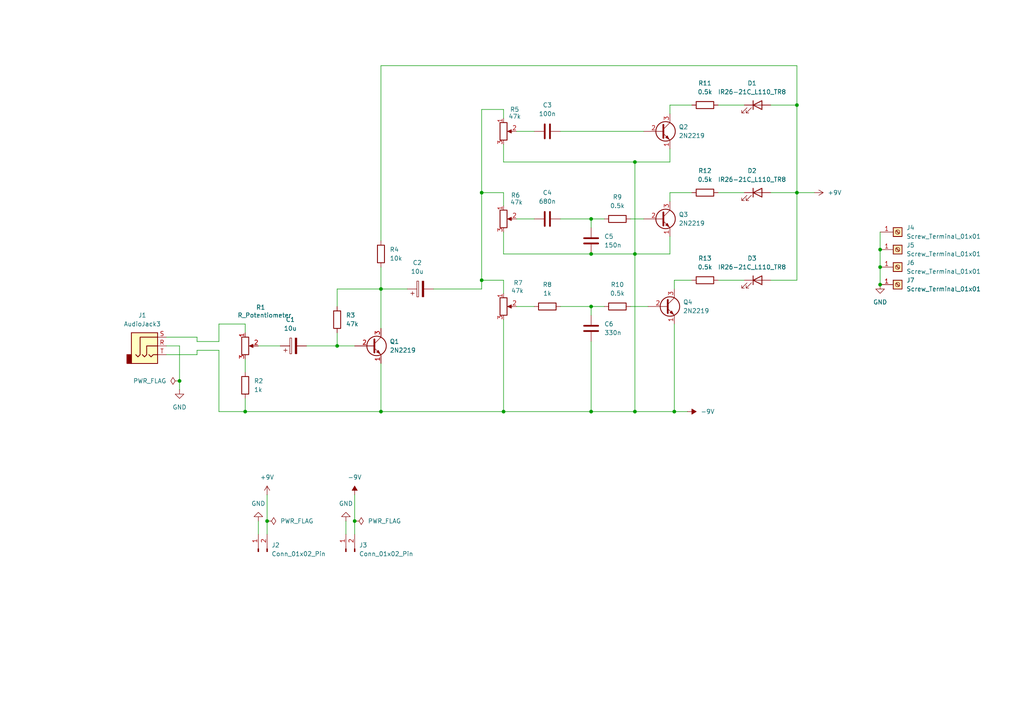
<source format=kicad_sch>
(kicad_sch
	(version 20231120)
	(generator "eeschema")
	(generator_version "8.0")
	(uuid "1b06378e-526f-4874-82af-e5ef7a1251b3")
	(paper "A4")
	(lib_symbols
		(symbol "Connector:Conn_01x02_Pin"
			(pin_names
				(offset 1.016) hide)
			(exclude_from_sim no)
			(in_bom yes)
			(on_board yes)
			(property "Reference" "J"
				(at 0 2.54 0)
				(effects
					(font
						(size 1.27 1.27)
					)
				)
			)
			(property "Value" "Conn_01x02_Pin"
				(at 0 -5.08 0)
				(effects
					(font
						(size 1.27 1.27)
					)
				)
			)
			(property "Footprint" ""
				(at 0 0 0)
				(effects
					(font
						(size 1.27 1.27)
					)
					(hide yes)
				)
			)
			(property "Datasheet" "~"
				(at 0 0 0)
				(effects
					(font
						(size 1.27 1.27)
					)
					(hide yes)
				)
			)
			(property "Description" "Generic connector, single row, 01x02, script generated"
				(at 0 0 0)
				(effects
					(font
						(size 1.27 1.27)
					)
					(hide yes)
				)
			)
			(property "ki_locked" ""
				(at 0 0 0)
				(effects
					(font
						(size 1.27 1.27)
					)
				)
			)
			(property "ki_keywords" "connector"
				(at 0 0 0)
				(effects
					(font
						(size 1.27 1.27)
					)
					(hide yes)
				)
			)
			(property "ki_fp_filters" "Connector*:*_1x??_*"
				(at 0 0 0)
				(effects
					(font
						(size 1.27 1.27)
					)
					(hide yes)
				)
			)
			(symbol "Conn_01x02_Pin_1_1"
				(polyline
					(pts
						(xy 1.27 -2.54) (xy 0.8636 -2.54)
					)
					(stroke
						(width 0.1524)
						(type default)
					)
					(fill
						(type none)
					)
				)
				(polyline
					(pts
						(xy 1.27 0) (xy 0.8636 0)
					)
					(stroke
						(width 0.1524)
						(type default)
					)
					(fill
						(type none)
					)
				)
				(rectangle
					(start 0.8636 -2.413)
					(end 0 -2.667)
					(stroke
						(width 0.1524)
						(type default)
					)
					(fill
						(type outline)
					)
				)
				(rectangle
					(start 0.8636 0.127)
					(end 0 -0.127)
					(stroke
						(width 0.1524)
						(type default)
					)
					(fill
						(type outline)
					)
				)
				(pin passive line
					(at 5.08 0 180)
					(length 3.81)
					(name "Pin_1"
						(effects
							(font
								(size 1.27 1.27)
							)
						)
					)
					(number "1"
						(effects
							(font
								(size 1.27 1.27)
							)
						)
					)
				)
				(pin passive line
					(at 5.08 -2.54 180)
					(length 3.81)
					(name "Pin_2"
						(effects
							(font
								(size 1.27 1.27)
							)
						)
					)
					(number "2"
						(effects
							(font
								(size 1.27 1.27)
							)
						)
					)
				)
			)
		)
		(symbol "Connector:Screw_Terminal_01x01"
			(pin_names
				(offset 1.016) hide)
			(exclude_from_sim no)
			(in_bom yes)
			(on_board yes)
			(property "Reference" "J"
				(at 0 2.54 0)
				(effects
					(font
						(size 1.27 1.27)
					)
				)
			)
			(property "Value" "Screw_Terminal_01x01"
				(at 0 -2.54 0)
				(effects
					(font
						(size 1.27 1.27)
					)
				)
			)
			(property "Footprint" ""
				(at 0 0 0)
				(effects
					(font
						(size 1.27 1.27)
					)
					(hide yes)
				)
			)
			(property "Datasheet" "~"
				(at 0 0 0)
				(effects
					(font
						(size 1.27 1.27)
					)
					(hide yes)
				)
			)
			(property "Description" "Generic screw terminal, single row, 01x01, script generated (kicad-library-utils/schlib/autogen/connector/)"
				(at 0 0 0)
				(effects
					(font
						(size 1.27 1.27)
					)
					(hide yes)
				)
			)
			(property "ki_keywords" "screw terminal"
				(at 0 0 0)
				(effects
					(font
						(size 1.27 1.27)
					)
					(hide yes)
				)
			)
			(property "ki_fp_filters" "TerminalBlock*:*"
				(at 0 0 0)
				(effects
					(font
						(size 1.27 1.27)
					)
					(hide yes)
				)
			)
			(symbol "Screw_Terminal_01x01_1_1"
				(rectangle
					(start -1.27 1.27)
					(end 1.27 -1.27)
					(stroke
						(width 0.254)
						(type default)
					)
					(fill
						(type background)
					)
				)
				(polyline
					(pts
						(xy -0.5334 0.3302) (xy 0.3302 -0.508)
					)
					(stroke
						(width 0.1524)
						(type default)
					)
					(fill
						(type none)
					)
				)
				(polyline
					(pts
						(xy -0.3556 0.508) (xy 0.508 -0.3302)
					)
					(stroke
						(width 0.1524)
						(type default)
					)
					(fill
						(type none)
					)
				)
				(circle
					(center 0 0)
					(radius 0.635)
					(stroke
						(width 0.1524)
						(type default)
					)
					(fill
						(type none)
					)
				)
				(pin passive line
					(at -5.08 0 0)
					(length 3.81)
					(name "Pin_1"
						(effects
							(font
								(size 1.27 1.27)
							)
						)
					)
					(number "1"
						(effects
							(font
								(size 1.27 1.27)
							)
						)
					)
				)
			)
		)
		(symbol "Connector_Audio:AudioJack3"
			(exclude_from_sim no)
			(in_bom yes)
			(on_board yes)
			(property "Reference" "J"
				(at 0 8.89 0)
				(effects
					(font
						(size 1.27 1.27)
					)
				)
			)
			(property "Value" "AudioJack3"
				(at 0 6.35 0)
				(effects
					(font
						(size 1.27 1.27)
					)
				)
			)
			(property "Footprint" ""
				(at 0 0 0)
				(effects
					(font
						(size 1.27 1.27)
					)
					(hide yes)
				)
			)
			(property "Datasheet" "~"
				(at 0 0 0)
				(effects
					(font
						(size 1.27 1.27)
					)
					(hide yes)
				)
			)
			(property "Description" "Audio Jack, 3 Poles (Stereo / TRS)"
				(at 0 0 0)
				(effects
					(font
						(size 1.27 1.27)
					)
					(hide yes)
				)
			)
			(property "ki_keywords" "audio jack receptacle stereo headphones phones TRS connector"
				(at 0 0 0)
				(effects
					(font
						(size 1.27 1.27)
					)
					(hide yes)
				)
			)
			(property "ki_fp_filters" "Jack*"
				(at 0 0 0)
				(effects
					(font
						(size 1.27 1.27)
					)
					(hide yes)
				)
			)
			(symbol "AudioJack3_0_1"
				(rectangle
					(start -5.08 -5.08)
					(end -6.35 -2.54)
					(stroke
						(width 0.254)
						(type default)
					)
					(fill
						(type outline)
					)
				)
				(polyline
					(pts
						(xy 0 -2.54) (xy 0.635 -3.175) (xy 1.27 -2.54) (xy 2.54 -2.54)
					)
					(stroke
						(width 0.254)
						(type default)
					)
					(fill
						(type none)
					)
				)
				(polyline
					(pts
						(xy -1.905 -2.54) (xy -1.27 -3.175) (xy -0.635 -2.54) (xy -0.635 0) (xy 2.54 0)
					)
					(stroke
						(width 0.254)
						(type default)
					)
					(fill
						(type none)
					)
				)
				(polyline
					(pts
						(xy 2.54 2.54) (xy -2.54 2.54) (xy -2.54 -2.54) (xy -3.175 -3.175) (xy -3.81 -2.54)
					)
					(stroke
						(width 0.254)
						(type default)
					)
					(fill
						(type none)
					)
				)
				(rectangle
					(start 2.54 3.81)
					(end -5.08 -5.08)
					(stroke
						(width 0.254)
						(type default)
					)
					(fill
						(type background)
					)
				)
			)
			(symbol "AudioJack3_1_1"
				(pin passive line
					(at 5.08 0 180)
					(length 2.54)
					(name "~"
						(effects
							(font
								(size 1.27 1.27)
							)
						)
					)
					(number "R"
						(effects
							(font
								(size 1.27 1.27)
							)
						)
					)
				)
				(pin passive line
					(at 5.08 2.54 180)
					(length 2.54)
					(name "~"
						(effects
							(font
								(size 1.27 1.27)
							)
						)
					)
					(number "S"
						(effects
							(font
								(size 1.27 1.27)
							)
						)
					)
				)
				(pin passive line
					(at 5.08 -2.54 180)
					(length 2.54)
					(name "~"
						(effects
							(font
								(size 1.27 1.27)
							)
						)
					)
					(number "T"
						(effects
							(font
								(size 1.27 1.27)
							)
						)
					)
				)
			)
		)
		(symbol "Device:C"
			(pin_numbers hide)
			(pin_names
				(offset 0.254)
			)
			(exclude_from_sim no)
			(in_bom yes)
			(on_board yes)
			(property "Reference" "C1"
				(at 0.635 2.54 0)
				(effects
					(font
						(size 1.27 1.27)
					)
					(justify left)
				)
			)
			(property "Value" "C"
				(at 0.635 -2.54 0)
				(effects
					(font
						(size 1.27 1.27)
					)
					(justify left)
				)
			)
			(property "Footprint" ""
				(at 0.9652 -3.81 0)
				(effects
					(font
						(size 1.27 1.27)
					)
					(hide yes)
				)
			)
			(property "Datasheet" "~"
				(at 0 0 0)
				(effects
					(font
						(size 1.27 1.27)
					)
					(hide yes)
				)
			)
			(property "Description" "Unpolarized capacitor"
				(at 0 0 0)
				(effects
					(font
						(size 1.27 1.27)
					)
					(hide yes)
				)
			)
			(property "ki_keywords" "cap capacitor"
				(at 0 0 0)
				(effects
					(font
						(size 1.27 1.27)
					)
					(hide yes)
				)
			)
			(property "ki_fp_filters" "C_*"
				(at 0 0 0)
				(effects
					(font
						(size 1.27 1.27)
					)
					(hide yes)
				)
			)
			(symbol "C_0_1"
				(polyline
					(pts
						(xy -2.032 -0.762) (xy 2.032 -0.762)
					)
					(stroke
						(width 0.508)
						(type default)
					)
					(fill
						(type none)
					)
				)
				(polyline
					(pts
						(xy -2.032 0.762) (xy 2.032 0.762)
					)
					(stroke
						(width 0.508)
						(type default)
					)
					(fill
						(type none)
					)
				)
			)
			(symbol "C_1_1"
				(pin passive line
					(at 0 3.81 270)
					(length 2.794)
					(name "~"
						(effects
							(font
								(size 1.27 1.27)
							)
						)
					)
					(number "1"
						(effects
							(font
								(size 1.27 1.27)
							)
						)
					)
				)
				(pin passive line
					(at 0 -3.81 90)
					(length 2.794)
					(name "~"
						(effects
							(font
								(size 1.27 1.27)
							)
						)
					)
					(number "2"
						(effects
							(font
								(size 1.27 1.27)
							)
						)
					)
				)
			)
		)
		(symbol "Device:C_Polarized"
			(pin_numbers hide)
			(pin_names
				(offset 0.254)
			)
			(exclude_from_sim no)
			(in_bom yes)
			(on_board yes)
			(property "Reference" "C"
				(at 0.635 2.54 0)
				(effects
					(font
						(size 1.27 1.27)
					)
					(justify left)
				)
			)
			(property "Value" "C_Polarized"
				(at 0.635 -2.54 0)
				(effects
					(font
						(size 1.27 1.27)
					)
					(justify left)
				)
			)
			(property "Footprint" ""
				(at 0.9652 -3.81 0)
				(effects
					(font
						(size 1.27 1.27)
					)
					(hide yes)
				)
			)
			(property "Datasheet" "~"
				(at 0 0 0)
				(effects
					(font
						(size 1.27 1.27)
					)
					(hide yes)
				)
			)
			(property "Description" "Polarized capacitor"
				(at 0 0 0)
				(effects
					(font
						(size 1.27 1.27)
					)
					(hide yes)
				)
			)
			(property "ki_keywords" "cap capacitor"
				(at 0 0 0)
				(effects
					(font
						(size 1.27 1.27)
					)
					(hide yes)
				)
			)
			(property "ki_fp_filters" "CP_*"
				(at 0 0 0)
				(effects
					(font
						(size 1.27 1.27)
					)
					(hide yes)
				)
			)
			(symbol "C_Polarized_0_1"
				(rectangle
					(start -2.286 0.508)
					(end 2.286 1.016)
					(stroke
						(width 0)
						(type default)
					)
					(fill
						(type none)
					)
				)
				(polyline
					(pts
						(xy -1.778 2.286) (xy -0.762 2.286)
					)
					(stroke
						(width 0)
						(type default)
					)
					(fill
						(type none)
					)
				)
				(polyline
					(pts
						(xy -1.27 2.794) (xy -1.27 1.778)
					)
					(stroke
						(width 0)
						(type default)
					)
					(fill
						(type none)
					)
				)
				(rectangle
					(start 2.286 -0.508)
					(end -2.286 -1.016)
					(stroke
						(width 0)
						(type default)
					)
					(fill
						(type outline)
					)
				)
			)
			(symbol "C_Polarized_1_1"
				(pin passive line
					(at 0 3.81 270)
					(length 2.794)
					(name "~"
						(effects
							(font
								(size 1.27 1.27)
							)
						)
					)
					(number "1"
						(effects
							(font
								(size 1.27 1.27)
							)
						)
					)
				)
				(pin passive line
					(at 0 -3.81 90)
					(length 2.794)
					(name "~"
						(effects
							(font
								(size 1.27 1.27)
							)
						)
					)
					(number "2"
						(effects
							(font
								(size 1.27 1.27)
							)
						)
					)
				)
			)
		)
		(symbol "Device:R"
			(pin_numbers hide)
			(pin_names
				(offset 0)
			)
			(exclude_from_sim no)
			(in_bom yes)
			(on_board yes)
			(property "Reference" "R"
				(at 2.032 0 90)
				(effects
					(font
						(size 1.27 1.27)
					)
				)
			)
			(property "Value" "R"
				(at 0 0 90)
				(effects
					(font
						(size 1.27 1.27)
					)
				)
			)
			(property "Footprint" ""
				(at -1.778 0 90)
				(effects
					(font
						(size 1.27 1.27)
					)
					(hide yes)
				)
			)
			(property "Datasheet" "~"
				(at 0 0 0)
				(effects
					(font
						(size 1.27 1.27)
					)
					(hide yes)
				)
			)
			(property "Description" "Resistor"
				(at 0 0 0)
				(effects
					(font
						(size 1.27 1.27)
					)
					(hide yes)
				)
			)
			(property "ki_keywords" "R res resistor"
				(at 0 0 0)
				(effects
					(font
						(size 1.27 1.27)
					)
					(hide yes)
				)
			)
			(property "ki_fp_filters" "R_*"
				(at 0 0 0)
				(effects
					(font
						(size 1.27 1.27)
					)
					(hide yes)
				)
			)
			(symbol "R_0_1"
				(rectangle
					(start -1.016 -2.54)
					(end 1.016 2.54)
					(stroke
						(width 0.254)
						(type default)
					)
					(fill
						(type none)
					)
				)
			)
			(symbol "R_1_1"
				(pin passive line
					(at 0 3.81 270)
					(length 1.27)
					(name "~"
						(effects
							(font
								(size 1.27 1.27)
							)
						)
					)
					(number "1"
						(effects
							(font
								(size 1.27 1.27)
							)
						)
					)
				)
				(pin passive line
					(at 0 -3.81 90)
					(length 1.27)
					(name "~"
						(effects
							(font
								(size 1.27 1.27)
							)
						)
					)
					(number "2"
						(effects
							(font
								(size 1.27 1.27)
							)
						)
					)
				)
			)
		)
		(symbol "Device:R_Potentiometer"
			(pin_names
				(offset 1.016) hide)
			(exclude_from_sim no)
			(in_bom yes)
			(on_board yes)
			(property "Reference" "RV"
				(at -4.445 0 90)
				(effects
					(font
						(size 1.27 1.27)
					)
				)
			)
			(property "Value" "R_Potentiometer"
				(at -2.54 0 90)
				(effects
					(font
						(size 1.27 1.27)
					)
				)
			)
			(property "Footprint" ""
				(at 0 0 0)
				(effects
					(font
						(size 1.27 1.27)
					)
					(hide yes)
				)
			)
			(property "Datasheet" "~"
				(at 0 0 0)
				(effects
					(font
						(size 1.27 1.27)
					)
					(hide yes)
				)
			)
			(property "Description" "Potentiometer"
				(at 0 0 0)
				(effects
					(font
						(size 1.27 1.27)
					)
					(hide yes)
				)
			)
			(property "ki_keywords" "resistor variable"
				(at 0 0 0)
				(effects
					(font
						(size 1.27 1.27)
					)
					(hide yes)
				)
			)
			(property "ki_fp_filters" "Potentiometer*"
				(at 0 0 0)
				(effects
					(font
						(size 1.27 1.27)
					)
					(hide yes)
				)
			)
			(symbol "R_Potentiometer_0_1"
				(polyline
					(pts
						(xy 2.54 0) (xy 1.524 0)
					)
					(stroke
						(width 0)
						(type default)
					)
					(fill
						(type none)
					)
				)
				(polyline
					(pts
						(xy 1.143 0) (xy 2.286 0.508) (xy 2.286 -0.508) (xy 1.143 0)
					)
					(stroke
						(width 0)
						(type default)
					)
					(fill
						(type outline)
					)
				)
				(rectangle
					(start 1.016 2.54)
					(end -1.016 -2.54)
					(stroke
						(width 0.254)
						(type default)
					)
					(fill
						(type none)
					)
				)
			)
			(symbol "R_Potentiometer_1_1"
				(pin passive line
					(at 0 3.81 270)
					(length 1.27)
					(name "1"
						(effects
							(font
								(size 1.27 1.27)
							)
						)
					)
					(number "1"
						(effects
							(font
								(size 1.27 1.27)
							)
						)
					)
				)
				(pin passive line
					(at 3.81 0 180)
					(length 1.27)
					(name "2"
						(effects
							(font
								(size 1.27 1.27)
							)
						)
					)
					(number "2"
						(effects
							(font
								(size 1.27 1.27)
							)
						)
					)
				)
				(pin passive line
					(at 0 -3.81 90)
					(length 1.27)
					(name "3"
						(effects
							(font
								(size 1.27 1.27)
							)
						)
					)
					(number "3"
						(effects
							(font
								(size 1.27 1.27)
							)
						)
					)
				)
			)
		)
		(symbol "LED:IR26-21C_L110_TR8"
			(pin_numbers hide)
			(pin_names
				(offset 1.016) hide)
			(exclude_from_sim no)
			(in_bom yes)
			(on_board yes)
			(property "Reference" "D"
				(at 0 2.54 0)
				(effects
					(font
						(size 1.27 1.27)
					)
				)
			)
			(property "Value" "IR26-21C_L110_TR8"
				(at 0 -3.81 0)
				(effects
					(font
						(size 1.27 1.27)
					)
				)
			)
			(property "Footprint" "LED_SMD:LED_1206_3216Metric"
				(at 0 5.08 0)
				(effects
					(font
						(size 1.27 1.27)
					)
					(hide yes)
				)
			)
			(property "Datasheet" "http://www.everlight.com/file/ProductFile/IR26-21C-L110-TR8.pdf"
				(at 0 0 0)
				(effects
					(font
						(size 1.27 1.27)
					)
					(hide yes)
				)
			)
			(property "Description" "940nm, 20 deg, Infrared LED, 1206"
				(at 0 0 0)
				(effects
					(font
						(size 1.27 1.27)
					)
					(hide yes)
				)
			)
			(property "ki_keywords" "IR LED"
				(at 0 0 0)
				(effects
					(font
						(size 1.27 1.27)
					)
					(hide yes)
				)
			)
			(property "ki_fp_filters" "LED*1206*3216Metric*"
				(at 0 0 0)
				(effects
					(font
						(size 1.27 1.27)
					)
					(hide yes)
				)
			)
			(symbol "IR26-21C_L110_TR8_0_1"
				(polyline
					(pts
						(xy -1.27 -1.27) (xy -1.27 1.27)
					)
					(stroke
						(width 0.254)
						(type default)
					)
					(fill
						(type none)
					)
				)
				(polyline
					(pts
						(xy -1.27 0) (xy 1.27 0)
					)
					(stroke
						(width 0)
						(type default)
					)
					(fill
						(type none)
					)
				)
				(polyline
					(pts
						(xy 1.27 -1.27) (xy 1.27 1.27) (xy -1.27 0) (xy 1.27 -1.27)
					)
					(stroke
						(width 0.254)
						(type default)
					)
					(fill
						(type none)
					)
				)
				(polyline
					(pts
						(xy -3.048 -0.762) (xy -4.572 -2.286) (xy -3.81 -2.286) (xy -4.572 -2.286) (xy -4.572 -1.524)
					)
					(stroke
						(width 0)
						(type default)
					)
					(fill
						(type none)
					)
				)
				(polyline
					(pts
						(xy -1.778 -0.762) (xy -3.302 -2.286) (xy -2.54 -2.286) (xy -3.302 -2.286) (xy -3.302 -1.524)
					)
					(stroke
						(width 0)
						(type default)
					)
					(fill
						(type none)
					)
				)
			)
			(symbol "IR26-21C_L110_TR8_1_1"
				(pin passive line
					(at -3.81 0 0)
					(length 2.54)
					(name "K"
						(effects
							(font
								(size 1.27 1.27)
							)
						)
					)
					(number "1"
						(effects
							(font
								(size 1.27 1.27)
							)
						)
					)
				)
				(pin passive line
					(at 3.81 0 180)
					(length 2.54)
					(name "A"
						(effects
							(font
								(size 1.27 1.27)
							)
						)
					)
					(number "2"
						(effects
							(font
								(size 1.27 1.27)
							)
						)
					)
				)
			)
		)
		(symbol "Transistor_BJT:2N2219"
			(pin_names
				(offset 0) hide)
			(exclude_from_sim no)
			(in_bom yes)
			(on_board yes)
			(property "Reference" "Q"
				(at 5.08 1.905 0)
				(effects
					(font
						(size 1.27 1.27)
					)
					(justify left)
				)
			)
			(property "Value" "2N2219"
				(at 5.08 0 0)
				(effects
					(font
						(size 1.27 1.27)
					)
					(justify left)
				)
			)
			(property "Footprint" "Package_TO_SOT_THT:TO-39-3"
				(at 5.08 -1.905 0)
				(effects
					(font
						(size 1.27 1.27)
						(italic yes)
					)
					(justify left)
					(hide yes)
				)
			)
			(property "Datasheet" "http://www.onsemi.com/pub_link/Collateral/2N2219-D.PDF"
				(at 0 0 0)
				(effects
					(font
						(size 1.27 1.27)
					)
					(justify left)
					(hide yes)
				)
			)
			(property "Description" "800mA Ic, 50V Vce, NPN Transistor, TO-39"
				(at 0 0 0)
				(effects
					(font
						(size 1.27 1.27)
					)
					(hide yes)
				)
			)
			(property "ki_keywords" "NPN Transistor"
				(at 0 0 0)
				(effects
					(font
						(size 1.27 1.27)
					)
					(hide yes)
				)
			)
			(property "ki_fp_filters" "TO?39*"
				(at 0 0 0)
				(effects
					(font
						(size 1.27 1.27)
					)
					(hide yes)
				)
			)
			(symbol "2N2219_0_1"
				(polyline
					(pts
						(xy 0.635 0.635) (xy 2.54 2.54)
					)
					(stroke
						(width 0)
						(type default)
					)
					(fill
						(type none)
					)
				)
				(polyline
					(pts
						(xy 0.635 -0.635) (xy 2.54 -2.54) (xy 2.54 -2.54)
					)
					(stroke
						(width 0)
						(type default)
					)
					(fill
						(type none)
					)
				)
				(polyline
					(pts
						(xy 0.635 1.905) (xy 0.635 -1.905) (xy 0.635 -1.905)
					)
					(stroke
						(width 0.508)
						(type default)
					)
					(fill
						(type none)
					)
				)
				(polyline
					(pts
						(xy 1.27 -1.778) (xy 1.778 -1.27) (xy 2.286 -2.286) (xy 1.27 -1.778) (xy 1.27 -1.778)
					)
					(stroke
						(width 0)
						(type default)
					)
					(fill
						(type outline)
					)
				)
				(circle
					(center 1.27 0)
					(radius 2.8194)
					(stroke
						(width 0.254)
						(type default)
					)
					(fill
						(type none)
					)
				)
			)
			(symbol "2N2219_1_1"
				(pin passive line
					(at 2.54 -5.08 90)
					(length 2.54)
					(name "E"
						(effects
							(font
								(size 1.27 1.27)
							)
						)
					)
					(number "1"
						(effects
							(font
								(size 1.27 1.27)
							)
						)
					)
				)
				(pin passive line
					(at -5.08 0 0)
					(length 5.715)
					(name "B"
						(effects
							(font
								(size 1.27 1.27)
							)
						)
					)
					(number "2"
						(effects
							(font
								(size 1.27 1.27)
							)
						)
					)
				)
				(pin passive line
					(at 2.54 5.08 270)
					(length 2.54)
					(name "C"
						(effects
							(font
								(size 1.27 1.27)
							)
						)
					)
					(number "3"
						(effects
							(font
								(size 1.27 1.27)
							)
						)
					)
				)
			)
		)
		(symbol "power:+9V"
			(power)
			(pin_numbers hide)
			(pin_names
				(offset 0) hide)
			(exclude_from_sim no)
			(in_bom yes)
			(on_board yes)
			(property "Reference" "#PWR"
				(at 0 -3.81 0)
				(effects
					(font
						(size 1.27 1.27)
					)
					(hide yes)
				)
			)
			(property "Value" "+9V"
				(at 0 3.556 0)
				(effects
					(font
						(size 1.27 1.27)
					)
				)
			)
			(property "Footprint" ""
				(at 0 0 0)
				(effects
					(font
						(size 1.27 1.27)
					)
					(hide yes)
				)
			)
			(property "Datasheet" ""
				(at 0 0 0)
				(effects
					(font
						(size 1.27 1.27)
					)
					(hide yes)
				)
			)
			(property "Description" "Power symbol creates a global label with name \"+9V\""
				(at 0 0 0)
				(effects
					(font
						(size 1.27 1.27)
					)
					(hide yes)
				)
			)
			(property "ki_keywords" "global power"
				(at 0 0 0)
				(effects
					(font
						(size 1.27 1.27)
					)
					(hide yes)
				)
			)
			(symbol "+9V_0_1"
				(polyline
					(pts
						(xy -0.762 1.27) (xy 0 2.54)
					)
					(stroke
						(width 0)
						(type default)
					)
					(fill
						(type none)
					)
				)
				(polyline
					(pts
						(xy 0 0) (xy 0 2.54)
					)
					(stroke
						(width 0)
						(type default)
					)
					(fill
						(type none)
					)
				)
				(polyline
					(pts
						(xy 0 2.54) (xy 0.762 1.27)
					)
					(stroke
						(width 0)
						(type default)
					)
					(fill
						(type none)
					)
				)
			)
			(symbol "+9V_1_1"
				(pin power_in line
					(at 0 0 90)
					(length 0)
					(name "~"
						(effects
							(font
								(size 1.27 1.27)
							)
						)
					)
					(number "1"
						(effects
							(font
								(size 1.27 1.27)
							)
						)
					)
				)
			)
		)
		(symbol "power:-9V"
			(power)
			(pin_numbers hide)
			(pin_names
				(offset 0) hide)
			(exclude_from_sim no)
			(in_bom yes)
			(on_board yes)
			(property "Reference" "#PWR"
				(at 0 -3.81 0)
				(effects
					(font
						(size 1.27 1.27)
					)
					(hide yes)
				)
			)
			(property "Value" "-9V"
				(at 0 3.556 0)
				(effects
					(font
						(size 1.27 1.27)
					)
				)
			)
			(property "Footprint" ""
				(at 0 0 0)
				(effects
					(font
						(size 1.27 1.27)
					)
					(hide yes)
				)
			)
			(property "Datasheet" ""
				(at 0 0 0)
				(effects
					(font
						(size 1.27 1.27)
					)
					(hide yes)
				)
			)
			(property "Description" "Power symbol creates a global label with name \"-9V\""
				(at 0 0 0)
				(effects
					(font
						(size 1.27 1.27)
					)
					(hide yes)
				)
			)
			(property "ki_keywords" "global power"
				(at 0 0 0)
				(effects
					(font
						(size 1.27 1.27)
					)
					(hide yes)
				)
			)
			(symbol "-9V_0_1"
				(polyline
					(pts
						(xy 0 0) (xy 0 2.54)
					)
					(stroke
						(width 0)
						(type default)
					)
					(fill
						(type none)
					)
				)
				(polyline
					(pts
						(xy 0.762 1.27) (xy -0.762 1.27) (xy 0 2.54) (xy 0.762 1.27)
					)
					(stroke
						(width 0)
						(type default)
					)
					(fill
						(type outline)
					)
				)
			)
			(symbol "-9V_1_1"
				(pin power_in line
					(at 0 0 90)
					(length 0)
					(name "~"
						(effects
							(font
								(size 1.27 1.27)
							)
						)
					)
					(number "1"
						(effects
							(font
								(size 1.27 1.27)
							)
						)
					)
				)
			)
		)
		(symbol "power:GND"
			(power)
			(pin_numbers hide)
			(pin_names
				(offset 0) hide)
			(exclude_from_sim no)
			(in_bom yes)
			(on_board yes)
			(property "Reference" "#PWR"
				(at 0 -6.35 0)
				(effects
					(font
						(size 1.27 1.27)
					)
					(hide yes)
				)
			)
			(property "Value" "GND"
				(at 0 -3.81 0)
				(effects
					(font
						(size 1.27 1.27)
					)
				)
			)
			(property "Footprint" ""
				(at 0 0 0)
				(effects
					(font
						(size 1.27 1.27)
					)
					(hide yes)
				)
			)
			(property "Datasheet" ""
				(at 0 0 0)
				(effects
					(font
						(size 1.27 1.27)
					)
					(hide yes)
				)
			)
			(property "Description" "Power symbol creates a global label with name \"GND\" , ground"
				(at 0 0 0)
				(effects
					(font
						(size 1.27 1.27)
					)
					(hide yes)
				)
			)
			(property "ki_keywords" "global power"
				(at 0 0 0)
				(effects
					(font
						(size 1.27 1.27)
					)
					(hide yes)
				)
			)
			(symbol "GND_0_1"
				(polyline
					(pts
						(xy 0 0) (xy 0 -1.27) (xy 1.27 -1.27) (xy 0 -2.54) (xy -1.27 -1.27) (xy 0 -1.27)
					)
					(stroke
						(width 0)
						(type default)
					)
					(fill
						(type none)
					)
				)
			)
			(symbol "GND_1_1"
				(pin power_in line
					(at 0 0 270)
					(length 0)
					(name "~"
						(effects
							(font
								(size 1.27 1.27)
							)
						)
					)
					(number "1"
						(effects
							(font
								(size 1.27 1.27)
							)
						)
					)
				)
			)
		)
		(symbol "power:PWR_FLAG"
			(power)
			(pin_numbers hide)
			(pin_names
				(offset 0) hide)
			(exclude_from_sim no)
			(in_bom yes)
			(on_board yes)
			(property "Reference" "#FLG"
				(at 0 1.905 0)
				(effects
					(font
						(size 1.27 1.27)
					)
					(hide yes)
				)
			)
			(property "Value" "PWR_FLAG"
				(at 0 3.81 0)
				(effects
					(font
						(size 1.27 1.27)
					)
				)
			)
			(property "Footprint" ""
				(at 0 0 0)
				(effects
					(font
						(size 1.27 1.27)
					)
					(hide yes)
				)
			)
			(property "Datasheet" "~"
				(at 0 0 0)
				(effects
					(font
						(size 1.27 1.27)
					)
					(hide yes)
				)
			)
			(property "Description" "Special symbol for telling ERC where power comes from"
				(at 0 0 0)
				(effects
					(font
						(size 1.27 1.27)
					)
					(hide yes)
				)
			)
			(property "ki_keywords" "flag power"
				(at 0 0 0)
				(effects
					(font
						(size 1.27 1.27)
					)
					(hide yes)
				)
			)
			(symbol "PWR_FLAG_0_0"
				(pin power_out line
					(at 0 0 90)
					(length 0)
					(name "~"
						(effects
							(font
								(size 1.27 1.27)
							)
						)
					)
					(number "1"
						(effects
							(font
								(size 1.27 1.27)
							)
						)
					)
				)
			)
			(symbol "PWR_FLAG_0_1"
				(polyline
					(pts
						(xy 0 0) (xy 0 1.27) (xy -1.016 1.905) (xy 0 2.54) (xy 1.016 1.905) (xy 0 1.27)
					)
					(stroke
						(width 0)
						(type default)
					)
					(fill
						(type none)
					)
				)
			)
		)
	)
	(junction
		(at 184.15 73.66)
		(diameter 0)
		(color 0 0 0 0)
		(uuid "0b1e2f7f-c197-465c-813c-b69c7a09568e")
	)
	(junction
		(at 184.15 119.38)
		(diameter 0)
		(color 0 0 0 0)
		(uuid "268552d5-1633-4c71-8b12-bd0ab3b573ac")
	)
	(junction
		(at 110.49 83.82)
		(diameter 0)
		(color 0 0 0 0)
		(uuid "273ec950-f02f-47c0-918e-4eec27687531")
	)
	(junction
		(at 184.15 46.99)
		(diameter 0)
		(color 0 0 0 0)
		(uuid "34d24699-9ccd-4958-b858-0d16257f6fc4")
	)
	(junction
		(at 255.27 82.55)
		(diameter 0)
		(color 0 0 0 0)
		(uuid "35b17237-5f72-4627-9e95-fb3627824d73")
	)
	(junction
		(at 171.45 88.9)
		(diameter 0)
		(color 0 0 0 0)
		(uuid "3a4bbf54-dbd3-458c-8849-21de1ac38c57")
	)
	(junction
		(at 231.14 55.88)
		(diameter 0)
		(color 0 0 0 0)
		(uuid "4213092a-35f2-4957-bd55-487550055ec9")
	)
	(junction
		(at 71.12 119.38)
		(diameter 0)
		(color 0 0 0 0)
		(uuid "471d4756-c89a-4418-ac66-fbc9d9dfc518")
	)
	(junction
		(at 255.27 77.47)
		(diameter 0)
		(color 0 0 0 0)
		(uuid "4759da20-1cef-4074-b289-0e6bd74252dd")
	)
	(junction
		(at 255.27 72.39)
		(diameter 0)
		(color 0 0 0 0)
		(uuid "4e2f5a4d-4a71-4260-83ed-b465a718a90d")
	)
	(junction
		(at 231.14 30.48)
		(diameter 0)
		(color 0 0 0 0)
		(uuid "71bacf68-c334-40cd-a7a3-f2c8b8933b8c")
	)
	(junction
		(at 139.7 55.88)
		(diameter 0)
		(color 0 0 0 0)
		(uuid "73e13b2d-f47d-4769-8a7b-e6c420ba83c0")
	)
	(junction
		(at 195.58 119.38)
		(diameter 0)
		(color 0 0 0 0)
		(uuid "7b13ecea-1d0b-423e-a070-e62aee8775d3")
	)
	(junction
		(at 146.05 119.38)
		(diameter 0)
		(color 0 0 0 0)
		(uuid "872f151a-8acb-4f26-abfe-2021df40de6c")
	)
	(junction
		(at 102.87 151.13)
		(diameter 0)
		(color 0 0 0 0)
		(uuid "92cea141-77cf-4302-b305-20636d61a72b")
	)
	(junction
		(at 139.7 81.28)
		(diameter 0)
		(color 0 0 0 0)
		(uuid "981d98a4-6a58-4add-b411-8a8bb157c438")
	)
	(junction
		(at 110.49 119.38)
		(diameter 0)
		(color 0 0 0 0)
		(uuid "9a9cd7c8-249a-49eb-9b62-fe4d6fe2fdd4")
	)
	(junction
		(at 97.79 100.33)
		(diameter 0)
		(color 0 0 0 0)
		(uuid "ae78ea97-bee6-4021-888a-4177d6ce6b19")
	)
	(junction
		(at 171.45 63.5)
		(diameter 0)
		(color 0 0 0 0)
		(uuid "b9640d8f-3323-435e-8462-10bba465ecfc")
	)
	(junction
		(at 171.45 73.66)
		(diameter 0)
		(color 0 0 0 0)
		(uuid "c2779aad-b39c-4afe-a741-522ab80600ec")
	)
	(junction
		(at 77.47 151.13)
		(diameter 0)
		(color 0 0 0 0)
		(uuid "c5edf736-9533-4741-ab52-00ea1f4d8488")
	)
	(junction
		(at 171.45 119.38)
		(diameter 0)
		(color 0 0 0 0)
		(uuid "e5b231e6-19a2-4b9d-9a03-e6d23c928ce9")
	)
	(junction
		(at 52.07 110.49)
		(diameter 0)
		(color 0 0 0 0)
		(uuid "ef6b6f4a-e666-4709-ab83-cd7cf88643cd")
	)
	(wire
		(pts
			(xy 52.07 100.33) (xy 52.07 110.49)
		)
		(stroke
			(width 0)
			(type default)
		)
		(uuid "02d0639a-c5e9-4b59-bb4b-0ad5c74e06bf")
	)
	(wire
		(pts
			(xy 52.07 113.03) (xy 52.07 110.49)
		)
		(stroke
			(width 0)
			(type default)
		)
		(uuid "05f96f75-7f9c-487b-893f-84664a230d48")
	)
	(wire
		(pts
			(xy 139.7 31.75) (xy 139.7 55.88)
		)
		(stroke
			(width 0)
			(type default)
		)
		(uuid "07bed798-52b1-48dd-8bab-0f3b0972d840")
	)
	(wire
		(pts
			(xy 110.49 19.05) (xy 231.14 19.05)
		)
		(stroke
			(width 0)
			(type default)
		)
		(uuid "0a5e81e3-df3c-480d-bed0-66167ecc3ecd")
	)
	(wire
		(pts
			(xy 171.45 119.38) (xy 146.05 119.38)
		)
		(stroke
			(width 0)
			(type default)
		)
		(uuid "116a2e26-d30d-4c9d-baf1-84e7db92862a")
	)
	(wire
		(pts
			(xy 110.49 69.85) (xy 110.49 19.05)
		)
		(stroke
			(width 0)
			(type default)
		)
		(uuid "12693b5f-bffc-4759-9ea8-9491570648b1")
	)
	(wire
		(pts
			(xy 139.7 55.88) (xy 146.05 55.88)
		)
		(stroke
			(width 0)
			(type default)
		)
		(uuid "131a8aec-170d-45ae-8fa5-0819e60fa5d7")
	)
	(wire
		(pts
			(xy 194.31 30.48) (xy 200.66 30.48)
		)
		(stroke
			(width 0)
			(type default)
		)
		(uuid "15cefb05-58fa-4584-8133-c404c44873fe")
	)
	(wire
		(pts
			(xy 195.58 83.82) (xy 195.58 81.28)
		)
		(stroke
			(width 0)
			(type default)
		)
		(uuid "1671f9b2-7e2c-4dc0-b0c7-75c9e8b46a5e")
	)
	(wire
		(pts
			(xy 223.52 55.88) (xy 231.14 55.88)
		)
		(stroke
			(width 0)
			(type default)
		)
		(uuid "17dd29ec-751e-46f5-b212-366e0a0452ba")
	)
	(wire
		(pts
			(xy 162.56 88.9) (xy 171.45 88.9)
		)
		(stroke
			(width 0)
			(type default)
		)
		(uuid "1afd1efb-0874-48e2-a6b4-feb953a6cca4")
	)
	(wire
		(pts
			(xy 194.31 46.99) (xy 184.15 46.99)
		)
		(stroke
			(width 0)
			(type default)
		)
		(uuid "1c03181a-ca1e-4c7c-bc8c-5d3d537bda34")
	)
	(wire
		(pts
			(xy 48.26 100.33) (xy 52.07 100.33)
		)
		(stroke
			(width 0)
			(type default)
		)
		(uuid "23fa33f6-9293-4208-b5f7-0398d2e16969")
	)
	(wire
		(pts
			(xy 57.15 102.87) (xy 57.15 101.6)
		)
		(stroke
			(width 0)
			(type default)
		)
		(uuid "26021cba-affb-4adb-bf02-0f9e4470a186")
	)
	(wire
		(pts
			(xy 208.28 55.88) (xy 215.9 55.88)
		)
		(stroke
			(width 0)
			(type default)
		)
		(uuid "2de26dfe-afc2-4040-b40a-28c52f79c881")
	)
	(wire
		(pts
			(xy 146.05 55.88) (xy 146.05 59.69)
		)
		(stroke
			(width 0)
			(type default)
		)
		(uuid "2ef6ca68-a274-41b8-8c43-113ca1432724")
	)
	(wire
		(pts
			(xy 102.87 151.13) (xy 102.87 154.94)
		)
		(stroke
			(width 0)
			(type default)
		)
		(uuid "2efc117a-c4e8-4225-b114-fa7d94fc17ec")
	)
	(wire
		(pts
			(xy 194.31 33.02) (xy 194.31 30.48)
		)
		(stroke
			(width 0)
			(type default)
		)
		(uuid "30ce4f26-0184-4d36-b635-ba590242f6ec")
	)
	(wire
		(pts
			(xy 149.86 63.5) (xy 154.94 63.5)
		)
		(stroke
			(width 0)
			(type default)
		)
		(uuid "339649bb-d74f-448d-b7ec-f174ebe968d1")
	)
	(wire
		(pts
			(xy 57.15 97.79) (xy 57.15 99.06)
		)
		(stroke
			(width 0)
			(type default)
		)
		(uuid "36828f3f-ecef-4496-a679-3185d87929b8")
	)
	(wire
		(pts
			(xy 88.9 100.33) (xy 97.79 100.33)
		)
		(stroke
			(width 0)
			(type default)
		)
		(uuid "3a51acfd-abbe-48d9-8c68-f854da230766")
	)
	(wire
		(pts
			(xy 146.05 92.71) (xy 146.05 119.38)
		)
		(stroke
			(width 0)
			(type default)
		)
		(uuid "3ab4ace6-d305-43a8-8e1f-6ba89450b4c8")
	)
	(wire
		(pts
			(xy 146.05 119.38) (xy 110.49 119.38)
		)
		(stroke
			(width 0)
			(type default)
		)
		(uuid "3ea9725a-832d-452c-97f2-04621a3bf1c7")
	)
	(wire
		(pts
			(xy 195.58 81.28) (xy 200.66 81.28)
		)
		(stroke
			(width 0)
			(type default)
		)
		(uuid "40eb73ae-5aa8-4cf2-8485-6ba43d4ff977")
	)
	(wire
		(pts
			(xy 97.79 96.52) (xy 97.79 100.33)
		)
		(stroke
			(width 0)
			(type default)
		)
		(uuid "41e19e3a-eeda-46d0-a13c-e22fb69fd501")
	)
	(wire
		(pts
			(xy 194.31 55.88) (xy 200.66 55.88)
		)
		(stroke
			(width 0)
			(type default)
		)
		(uuid "44facb7a-fab2-411f-8b5b-5e5c1ad91a52")
	)
	(wire
		(pts
			(xy 195.58 93.98) (xy 195.58 119.38)
		)
		(stroke
			(width 0)
			(type default)
		)
		(uuid "487cc903-ff5e-4ee0-8455-96a679fa05ef")
	)
	(wire
		(pts
			(xy 171.45 63.5) (xy 171.45 66.04)
		)
		(stroke
			(width 0)
			(type default)
		)
		(uuid "49b19165-daad-46e6-986f-971fb42257d7")
	)
	(wire
		(pts
			(xy 139.7 55.88) (xy 139.7 81.28)
		)
		(stroke
			(width 0)
			(type default)
		)
		(uuid "4e0c1dd6-a48d-426d-bcfb-810f1ba078a6")
	)
	(wire
		(pts
			(xy 208.28 30.48) (xy 215.9 30.48)
		)
		(stroke
			(width 0)
			(type default)
		)
		(uuid "4e9e7e00-a31d-4483-bd08-2c118927f5bd")
	)
	(wire
		(pts
			(xy 63.5 101.6) (xy 63.5 119.38)
		)
		(stroke
			(width 0)
			(type default)
		)
		(uuid "4f3c1a2d-f306-412e-bbda-78ba20ef78cd")
	)
	(wire
		(pts
			(xy 146.05 34.29) (xy 146.05 31.75)
		)
		(stroke
			(width 0)
			(type default)
		)
		(uuid "4f996386-bbb0-4bf0-aa01-f59b2f30ad71")
	)
	(wire
		(pts
			(xy 171.45 73.66) (xy 146.05 73.66)
		)
		(stroke
			(width 0)
			(type default)
		)
		(uuid "52a4e7d0-ad0c-46c0-8b98-8360b5451ce9")
	)
	(wire
		(pts
			(xy 184.15 119.38) (xy 171.45 119.38)
		)
		(stroke
			(width 0)
			(type default)
		)
		(uuid "533236e0-97e8-40a8-8955-d2f42e569d13")
	)
	(wire
		(pts
			(xy 146.05 73.66) (xy 146.05 67.31)
		)
		(stroke
			(width 0)
			(type default)
		)
		(uuid "53428141-40b7-477a-bd63-339ceda84212")
	)
	(wire
		(pts
			(xy 74.93 100.33) (xy 81.28 100.33)
		)
		(stroke
			(width 0)
			(type default)
		)
		(uuid "5ad8e774-8bfe-4340-a763-f2014cf968de")
	)
	(wire
		(pts
			(xy 110.49 83.82) (xy 118.11 83.82)
		)
		(stroke
			(width 0)
			(type default)
		)
		(uuid "5e3920cc-f649-4b15-9782-7dc4a866dc31")
	)
	(wire
		(pts
			(xy 100.33 151.13) (xy 100.33 154.94)
		)
		(stroke
			(width 0)
			(type default)
		)
		(uuid "6254aeff-370c-476f-a9a7-46e9da2301d9")
	)
	(wire
		(pts
			(xy 195.58 119.38) (xy 184.15 119.38)
		)
		(stroke
			(width 0)
			(type default)
		)
		(uuid "63b7dda7-0bf9-4427-980c-b876b0c087ac")
	)
	(wire
		(pts
			(xy 146.05 81.28) (xy 139.7 81.28)
		)
		(stroke
			(width 0)
			(type default)
		)
		(uuid "6602054e-a5a1-4cfc-a101-03d5d42c2d91")
	)
	(wire
		(pts
			(xy 146.05 46.99) (xy 146.05 41.91)
		)
		(stroke
			(width 0)
			(type default)
		)
		(uuid "676a42ba-bcc0-496a-b788-60eaa9e38f72")
	)
	(wire
		(pts
			(xy 77.47 143.51) (xy 77.47 151.13)
		)
		(stroke
			(width 0)
			(type default)
		)
		(uuid "67ce9dec-5822-40ad-a726-d864e1e284be")
	)
	(wire
		(pts
			(xy 149.86 88.9) (xy 154.94 88.9)
		)
		(stroke
			(width 0)
			(type default)
		)
		(uuid "68dcab7a-80c8-4e0a-9bf2-fd2dce1d776b")
	)
	(wire
		(pts
			(xy 231.14 55.88) (xy 231.14 81.28)
		)
		(stroke
			(width 0)
			(type default)
		)
		(uuid "6ae6bb8e-a2b0-4a30-9a1c-f350f2102ca6")
	)
	(wire
		(pts
			(xy 110.49 105.41) (xy 110.49 119.38)
		)
		(stroke
			(width 0)
			(type default)
		)
		(uuid "6c2fef5a-dcb8-46c2-9441-b09c71732d97")
	)
	(wire
		(pts
			(xy 146.05 85.09) (xy 146.05 81.28)
		)
		(stroke
			(width 0)
			(type default)
		)
		(uuid "6c8a1483-f941-4b1e-8af8-08b05ae30d87")
	)
	(wire
		(pts
			(xy 255.27 77.47) (xy 255.27 82.55)
		)
		(stroke
			(width 0)
			(type default)
		)
		(uuid "6da4129b-9d92-4d39-badb-35b576946d09")
	)
	(wire
		(pts
			(xy 71.12 93.98) (xy 71.12 96.52)
		)
		(stroke
			(width 0)
			(type default)
		)
		(uuid "6f95a7f7-dbce-4356-ad86-bdacc337e964")
	)
	(wire
		(pts
			(xy 139.7 83.82) (xy 139.7 81.28)
		)
		(stroke
			(width 0)
			(type default)
		)
		(uuid "7007a8a7-0f18-4731-a391-235ac0aceac3")
	)
	(wire
		(pts
			(xy 171.45 88.9) (xy 171.45 91.44)
		)
		(stroke
			(width 0)
			(type default)
		)
		(uuid "72c1b58b-cbf3-49a0-a6f1-918ac9b03744")
	)
	(wire
		(pts
			(xy 208.28 81.28) (xy 215.9 81.28)
		)
		(stroke
			(width 0)
			(type default)
		)
		(uuid "751e67ec-9d66-49bb-b726-6cc31f6c762b")
	)
	(wire
		(pts
			(xy 97.79 88.9) (xy 97.79 83.82)
		)
		(stroke
			(width 0)
			(type default)
		)
		(uuid "7608b181-905e-497f-8f0d-83d71d2a8bbc")
	)
	(wire
		(pts
			(xy 231.14 19.05) (xy 231.14 30.48)
		)
		(stroke
			(width 0)
			(type default)
		)
		(uuid "7bfc5fca-6018-45b0-ba70-03a70f1e60c9")
	)
	(wire
		(pts
			(xy 162.56 63.5) (xy 171.45 63.5)
		)
		(stroke
			(width 0)
			(type default)
		)
		(uuid "7cbc3bce-6b0f-4eb9-8277-eb507e5f26d3")
	)
	(wire
		(pts
			(xy 149.86 38.1) (xy 154.94 38.1)
		)
		(stroke
			(width 0)
			(type default)
		)
		(uuid "7e5c6292-91eb-45a1-b44b-f9efdbceb659")
	)
	(wire
		(pts
			(xy 63.5 119.38) (xy 71.12 119.38)
		)
		(stroke
			(width 0)
			(type default)
		)
		(uuid "85211921-020e-457e-92b2-d419aad84fd7")
	)
	(wire
		(pts
			(xy 77.47 151.13) (xy 77.47 154.94)
		)
		(stroke
			(width 0)
			(type default)
		)
		(uuid "87faec3a-92fb-4964-ad14-340334a64694")
	)
	(wire
		(pts
			(xy 195.58 119.38) (xy 199.39 119.38)
		)
		(stroke
			(width 0)
			(type default)
		)
		(uuid "8ab2271d-127c-456a-a722-222b0958cc9c")
	)
	(wire
		(pts
			(xy 110.49 119.38) (xy 71.12 119.38)
		)
		(stroke
			(width 0)
			(type default)
		)
		(uuid "8afb4a5d-1418-4a5f-9cbb-e2e5ca26167f")
	)
	(wire
		(pts
			(xy 223.52 30.48) (xy 231.14 30.48)
		)
		(stroke
			(width 0)
			(type default)
		)
		(uuid "8e68347e-3b15-4a7a-bd65-98d4dfbbc688")
	)
	(wire
		(pts
			(xy 110.49 83.82) (xy 110.49 95.25)
		)
		(stroke
			(width 0)
			(type default)
		)
		(uuid "8ef3a828-985c-4fbc-94b5-5f443a85c6cf")
	)
	(wire
		(pts
			(xy 184.15 73.66) (xy 171.45 73.66)
		)
		(stroke
			(width 0)
			(type default)
		)
		(uuid "926f6791-0c49-4928-915a-5245003cb819")
	)
	(wire
		(pts
			(xy 74.93 151.13) (xy 74.93 154.94)
		)
		(stroke
			(width 0)
			(type default)
		)
		(uuid "958e215d-7e12-45ea-8812-bc4c491db06c")
	)
	(wire
		(pts
			(xy 146.05 31.75) (xy 139.7 31.75)
		)
		(stroke
			(width 0)
			(type default)
		)
		(uuid "98409da2-f9d8-4fd5-9900-853fad034e7e")
	)
	(wire
		(pts
			(xy 171.45 99.06) (xy 171.45 119.38)
		)
		(stroke
			(width 0)
			(type default)
		)
		(uuid "98facfd3-fd20-4b17-91fa-e2a2237a8c66")
	)
	(wire
		(pts
			(xy 184.15 46.99) (xy 146.05 46.99)
		)
		(stroke
			(width 0)
			(type default)
		)
		(uuid "9c4e0bff-75e9-4ce4-b876-ad8ac7f3518c")
	)
	(wire
		(pts
			(xy 110.49 77.47) (xy 110.49 83.82)
		)
		(stroke
			(width 0)
			(type default)
		)
		(uuid "9cb65220-7090-4578-b168-973c6c55df17")
	)
	(wire
		(pts
			(xy 162.56 38.1) (xy 186.69 38.1)
		)
		(stroke
			(width 0)
			(type default)
		)
		(uuid "9cfbc1f2-b534-41b7-915f-39c2912da122")
	)
	(wire
		(pts
			(xy 231.14 30.48) (xy 231.14 55.88)
		)
		(stroke
			(width 0)
			(type default)
		)
		(uuid "9e08ce12-e05e-4d56-9f89-e9ff5a76d3ad")
	)
	(wire
		(pts
			(xy 57.15 101.6) (xy 63.5 101.6)
		)
		(stroke
			(width 0)
			(type default)
		)
		(uuid "a65e023c-677b-46d8-a1b9-2f68058971ad")
	)
	(wire
		(pts
			(xy 63.5 93.98) (xy 71.12 93.98)
		)
		(stroke
			(width 0)
			(type default)
		)
		(uuid "ac0b438a-67ea-41f0-9d4c-5cb903bc72ec")
	)
	(wire
		(pts
			(xy 48.26 97.79) (xy 57.15 97.79)
		)
		(stroke
			(width 0)
			(type default)
		)
		(uuid "b7b73398-89ba-491e-9987-bef15342b520")
	)
	(wire
		(pts
			(xy 194.31 68.58) (xy 194.31 73.66)
		)
		(stroke
			(width 0)
			(type default)
		)
		(uuid "bcae1f47-29a5-41e9-9f3f-a8701f4d31b5")
	)
	(wire
		(pts
			(xy 125.73 83.82) (xy 139.7 83.82)
		)
		(stroke
			(width 0)
			(type default)
		)
		(uuid "ca08a4a0-ddf3-4ee7-8c2e-03e03a031bbf")
	)
	(wire
		(pts
			(xy 171.45 88.9) (xy 175.26 88.9)
		)
		(stroke
			(width 0)
			(type default)
		)
		(uuid "cb0169ad-121a-48a7-acf8-72c064922353")
	)
	(wire
		(pts
			(xy 97.79 100.33) (xy 102.87 100.33)
		)
		(stroke
			(width 0)
			(type default)
		)
		(uuid "cb09d524-dd18-47aa-a670-569967dc26bc")
	)
	(wire
		(pts
			(xy 255.27 67.31) (xy 255.27 72.39)
		)
		(stroke
			(width 0)
			(type default)
		)
		(uuid "cc6fedb4-b7cd-475d-b64d-c6c6bcbec562")
	)
	(wire
		(pts
			(xy 63.5 99.06) (xy 63.5 93.98)
		)
		(stroke
			(width 0)
			(type default)
		)
		(uuid "cfe017bb-893f-4edc-aba6-7f6200044112")
	)
	(wire
		(pts
			(xy 57.15 99.06) (xy 63.5 99.06)
		)
		(stroke
			(width 0)
			(type default)
		)
		(uuid "d0501a40-a0df-4bcf-8c1f-f8c8c29d2fdd")
	)
	(wire
		(pts
			(xy 171.45 63.5) (xy 175.26 63.5)
		)
		(stroke
			(width 0)
			(type default)
		)
		(uuid "d222d6d6-26a3-4e63-aedb-df6f939cbd49")
	)
	(wire
		(pts
			(xy 48.26 102.87) (xy 57.15 102.87)
		)
		(stroke
			(width 0)
			(type default)
		)
		(uuid "d227d7ed-97b4-4752-96a5-8cc8c0b226fd")
	)
	(wire
		(pts
			(xy 182.88 63.5) (xy 186.69 63.5)
		)
		(stroke
			(width 0)
			(type default)
		)
		(uuid "d56785fb-ddac-4951-8261-d8362f88608d")
	)
	(wire
		(pts
			(xy 184.15 73.66) (xy 184.15 119.38)
		)
		(stroke
			(width 0)
			(type default)
		)
		(uuid "d615eba0-ba6d-4501-9e05-265efe8adc50")
	)
	(wire
		(pts
			(xy 71.12 104.14) (xy 71.12 107.95)
		)
		(stroke
			(width 0)
			(type default)
		)
		(uuid "d762d290-752b-4d0c-8fbb-8d660d64cc2d")
	)
	(wire
		(pts
			(xy 255.27 72.39) (xy 255.27 77.47)
		)
		(stroke
			(width 0)
			(type default)
		)
		(uuid "d7ce87e1-da04-4573-a040-8394f86d61a0")
	)
	(wire
		(pts
			(xy 102.87 143.51) (xy 102.87 151.13)
		)
		(stroke
			(width 0)
			(type default)
		)
		(uuid "e05fa992-ca97-49c2-b170-5ef5e658cbc2")
	)
	(wire
		(pts
			(xy 182.88 88.9) (xy 187.96 88.9)
		)
		(stroke
			(width 0)
			(type default)
		)
		(uuid "e3df69be-e78d-4dc6-b1c7-91c74d9be4be")
	)
	(wire
		(pts
			(xy 231.14 81.28) (xy 223.52 81.28)
		)
		(stroke
			(width 0)
			(type default)
		)
		(uuid "e72c90ef-ee1a-4065-b46f-19e8ee6e3dd4")
	)
	(wire
		(pts
			(xy 231.14 55.88) (xy 236.22 55.88)
		)
		(stroke
			(width 0)
			(type default)
		)
		(uuid "ea36f570-bcf9-4573-97c3-4465041c5169")
	)
	(wire
		(pts
			(xy 194.31 73.66) (xy 184.15 73.66)
		)
		(stroke
			(width 0)
			(type default)
		)
		(uuid "ea44fc54-f19b-4b16-bd87-199a842c72bc")
	)
	(wire
		(pts
			(xy 97.79 83.82) (xy 110.49 83.82)
		)
		(stroke
			(width 0)
			(type default)
		)
		(uuid "f1dcfcc5-a87d-4cdd-a607-c6438dc3795e")
	)
	(wire
		(pts
			(xy 71.12 119.38) (xy 71.12 115.57)
		)
		(stroke
			(width 0)
			(type default)
		)
		(uuid "f2992467-2c6b-406f-8302-5ef38a00d982")
	)
	(wire
		(pts
			(xy 194.31 43.18) (xy 194.31 46.99)
		)
		(stroke
			(width 0)
			(type default)
		)
		(uuid "f4711e4f-920b-4412-a1dd-05325f50182f")
	)
	(wire
		(pts
			(xy 184.15 46.99) (xy 184.15 73.66)
		)
		(stroke
			(width 0)
			(type default)
		)
		(uuid "f4a2a1b4-6b5e-4895-913d-b9d33d9f9ee3")
	)
	(wire
		(pts
			(xy 194.31 58.42) (xy 194.31 55.88)
		)
		(stroke
			(width 0)
			(type default)
		)
		(uuid "f9bbcbc2-ff39-4843-9738-a853128cd8ef")
	)
	(symbol
		(lib_id "Device:C")
		(at 158.75 38.1 90)
		(unit 1)
		(exclude_from_sim no)
		(in_bom yes)
		(on_board yes)
		(dnp no)
		(fields_autoplaced yes)
		(uuid "31f11855-219f-4a00-8ac0-35e8717cbed9")
		(property "Reference" "C3"
			(at 158.75 30.48 90)
			(effects
				(font
					(size 1.27 1.27)
				)
			)
		)
		(property "Value" "100n"
			(at 158.75 33.02 90)
			(effects
				(font
					(size 1.27 1.27)
				)
			)
		)
		(property "Footprint" "Capacitor_SMD:C_0201_0603Metric"
			(at 162.56 37.1348 0)
			(effects
				(font
					(size 1.27 1.27)
				)
				(hide yes)
			)
		)
		(property "Datasheet" "~"
			(at 158.75 38.1 0)
			(effects
				(font
					(size 1.27 1.27)
				)
				(hide yes)
			)
		)
		(property "Description" "Unpolarized capacitor"
			(at 158.75 38.1 0)
			(effects
				(font
					(size 1.27 1.27)
				)
				(hide yes)
			)
		)
		(pin "1"
			(uuid "ac4960b6-5812-4860-9510-f3f93242ba23")
		)
		(pin "2"
			(uuid "a2c52199-3d0d-4658-a7a3-320a886b93cf")
		)
		(instances
			(project ""
				(path "/1b06378e-526f-4874-82af-e5ef7a1251b3"
					(reference "C3")
					(unit 1)
				)
			)
		)
	)
	(symbol
		(lib_id "power:GND")
		(at 52.07 113.03 0)
		(unit 1)
		(exclude_from_sim no)
		(in_bom yes)
		(on_board yes)
		(dnp no)
		(fields_autoplaced yes)
		(uuid "34704b66-ce46-4c18-8968-f066a5b4832a")
		(property "Reference" "#PWR02"
			(at 52.07 119.38 0)
			(effects
				(font
					(size 1.27 1.27)
				)
				(hide yes)
			)
		)
		(property "Value" "GND"
			(at 52.07 118.11 0)
			(effects
				(font
					(size 1.27 1.27)
				)
			)
		)
		(property "Footprint" ""
			(at 52.07 113.03 0)
			(effects
				(font
					(size 1.27 1.27)
				)
				(hide yes)
			)
		)
		(property "Datasheet" ""
			(at 52.07 113.03 0)
			(effects
				(font
					(size 1.27 1.27)
				)
				(hide yes)
			)
		)
		(property "Description" "Power symbol creates a global label with name \"GND\" , ground"
			(at 52.07 113.03 0)
			(effects
				(font
					(size 1.27 1.27)
				)
				(hide yes)
			)
		)
		(pin "1"
			(uuid "aff3aed9-bab2-454a-afe3-7a6aef80dd84")
		)
		(instances
			(project ""
				(path "/1b06378e-526f-4874-82af-e5ef7a1251b3"
					(reference "#PWR02")
					(unit 1)
				)
			)
		)
	)
	(symbol
		(lib_id "Device:C")
		(at 158.75 63.5 90)
		(unit 1)
		(exclude_from_sim no)
		(in_bom yes)
		(on_board yes)
		(dnp no)
		(fields_autoplaced yes)
		(uuid "41174e47-3051-4cb5-a755-6fad5e605ece")
		(property "Reference" "C4"
			(at 158.75 55.88 90)
			(effects
				(font
					(size 1.27 1.27)
				)
			)
		)
		(property "Value" "680n"
			(at 158.75 58.42 90)
			(effects
				(font
					(size 1.27 1.27)
				)
			)
		)
		(property "Footprint" "Capacitor_SMD:C_0201_0603Metric"
			(at 162.56 62.5348 0)
			(effects
				(font
					(size 1.27 1.27)
				)
				(hide yes)
			)
		)
		(property "Datasheet" "~"
			(at 158.75 63.5 0)
			(effects
				(font
					(size 1.27 1.27)
				)
				(hide yes)
			)
		)
		(property "Description" "Unpolarized capacitor"
			(at 158.75 63.5 0)
			(effects
				(font
					(size 1.27 1.27)
				)
				(hide yes)
			)
		)
		(pin "1"
			(uuid "62bdebbe-f2e8-48c2-851e-13dbf6c1531d")
		)
		(pin "2"
			(uuid "7538f43f-db15-4b45-b775-c6cc06e8e2c9")
		)
		(instances
			(project "proect"
				(path "/1b06378e-526f-4874-82af-e5ef7a1251b3"
					(reference "C4")
					(unit 1)
				)
			)
		)
	)
	(symbol
		(lib_id "LED:IR26-21C_L110_TR8")
		(at 219.71 55.88 0)
		(unit 1)
		(exclude_from_sim no)
		(in_bom yes)
		(on_board yes)
		(dnp no)
		(fields_autoplaced yes)
		(uuid "4c96845d-80c1-45cc-bec1-d718ada59c13")
		(property "Reference" "D2"
			(at 218.1225 49.53 0)
			(effects
				(font
					(size 1.27 1.27)
				)
			)
		)
		(property "Value" "IR26-21C_L110_TR8"
			(at 218.1225 52.07 0)
			(effects
				(font
					(size 1.27 1.27)
				)
			)
		)
		(property "Footprint" "LED_SMD:LED_1206_3216Metric"
			(at 219.71 50.8 0)
			(effects
				(font
					(size 1.27 1.27)
				)
				(hide yes)
			)
		)
		(property "Datasheet" "http://www.everlight.com/file/ProductFile/IR26-21C-L110-TR8.pdf"
			(at 219.71 55.88 0)
			(effects
				(font
					(size 1.27 1.27)
				)
				(hide yes)
			)
		)
		(property "Description" "940nm, 20 deg, Infrared LED, 1206"
			(at 219.71 55.88 0)
			(effects
				(font
					(size 1.27 1.27)
				)
				(hide yes)
			)
		)
		(pin "2"
			(uuid "cc649671-6936-4dc1-9ec7-98cbae733038")
		)
		(pin "1"
			(uuid "788ffa4f-e1a4-4111-8351-679470e69c0c")
		)
		(instances
			(project "proect"
				(path "/1b06378e-526f-4874-82af-e5ef7a1251b3"
					(reference "D2")
					(unit 1)
				)
			)
		)
	)
	(symbol
		(lib_id "Device:R_Potentiometer")
		(at 146.05 63.5 0)
		(unit 1)
		(exclude_from_sim no)
		(in_bom yes)
		(on_board yes)
		(dnp no)
		(uuid "4caea6c4-383c-409e-9b34-f94f6bdc4709")
		(property "Reference" "R6"
			(at 150.876 56.642 0)
			(effects
				(font
					(size 1.27 1.27)
				)
				(justify right)
			)
		)
		(property "Value" "47k"
			(at 151.638 58.674 0)
			(effects
				(font
					(size 1.27 1.27)
				)
				(justify right)
			)
		)
		(property "Footprint" "Potentiometer_SMD:Potentiometer_ACP_CA6-VSMD_Vertical"
			(at 146.05 63.5 0)
			(effects
				(font
					(size 1.27 1.27)
				)
				(hide yes)
			)
		)
		(property "Datasheet" "~"
			(at 146.05 63.5 0)
			(effects
				(font
					(size 1.27 1.27)
				)
				(hide yes)
			)
		)
		(property "Description" "Potentiometer"
			(at 146.05 63.5 0)
			(effects
				(font
					(size 1.27 1.27)
				)
				(hide yes)
			)
		)
		(pin "2"
			(uuid "961b9073-5e43-41fc-a441-ecb4fd01bcbb")
		)
		(pin "3"
			(uuid "675dcc26-d68a-457f-b47f-e7c03623e7a3")
		)
		(pin "1"
			(uuid "b8d38ea8-4797-4062-80c0-9ca0881ae662")
		)
		(instances
			(project "proect"
				(path "/1b06378e-526f-4874-82af-e5ef7a1251b3"
					(reference "R6")
					(unit 1)
				)
			)
		)
	)
	(symbol
		(lib_id "Transistor_BJT:2N2219")
		(at 193.04 88.9 0)
		(unit 1)
		(exclude_from_sim no)
		(in_bom yes)
		(on_board yes)
		(dnp no)
		(fields_autoplaced yes)
		(uuid "5004d215-8d46-461c-91e3-efb1d29a4c2e")
		(property "Reference" "Q4"
			(at 198.12 87.6299 0)
			(effects
				(font
					(size 1.27 1.27)
				)
				(justify left)
			)
		)
		(property "Value" "2N2219"
			(at 198.12 90.1699 0)
			(effects
				(font
					(size 1.27 1.27)
				)
				(justify left)
			)
		)
		(property "Footprint" "Package_TO_SOT_THT:TO-39-3"
			(at 198.12 90.805 0)
			(effects
				(font
					(size 1.27 1.27)
					(italic yes)
				)
				(justify left)
				(hide yes)
			)
		)
		(property "Datasheet" "http://www.onsemi.com/pub_link/Collateral/2N2219-D.PDF"
			(at 193.04 88.9 0)
			(effects
				(font
					(size 1.27 1.27)
				)
				(justify left)
				(hide yes)
			)
		)
		(property "Description" "800mA Ic, 50V Vce, NPN Transistor, TO-39"
			(at 193.04 88.9 0)
			(effects
				(font
					(size 1.27 1.27)
				)
				(hide yes)
			)
		)
		(pin "1"
			(uuid "c9f198fd-5650-4a47-8fdf-53451d1581ff")
		)
		(pin "2"
			(uuid "cf4f809e-8e0b-4b6f-a09c-4683c29c04bf")
		)
		(pin "3"
			(uuid "897ac708-cdc2-480e-a28e-892c2e908690")
		)
		(instances
			(project ""
				(path "/1b06378e-526f-4874-82af-e5ef7a1251b3"
					(reference "Q4")
					(unit 1)
				)
			)
		)
	)
	(symbol
		(lib_id "power:PWR_FLAG")
		(at 77.47 151.13 270)
		(unit 1)
		(exclude_from_sim no)
		(in_bom yes)
		(on_board yes)
		(dnp no)
		(fields_autoplaced yes)
		(uuid "557c428a-e4c4-4a9f-8b17-2776cb9817fb")
		(property "Reference" "#FLG02"
			(at 79.375 151.13 0)
			(effects
				(font
					(size 1.27 1.27)
				)
				(hide yes)
			)
		)
		(property "Value" "PWR_FLAG"
			(at 81.28 151.1299 90)
			(effects
				(font
					(size 1.27 1.27)
				)
				(justify left)
			)
		)
		(property "Footprint" ""
			(at 77.47 151.13 0)
			(effects
				(font
					(size 1.27 1.27)
				)
				(hide yes)
			)
		)
		(property "Datasheet" "~"
			(at 77.47 151.13 0)
			(effects
				(font
					(size 1.27 1.27)
				)
				(hide yes)
			)
		)
		(property "Description" "Special symbol for telling ERC where power comes from"
			(at 77.47 151.13 0)
			(effects
				(font
					(size 1.27 1.27)
				)
				(hide yes)
			)
		)
		(pin "1"
			(uuid "8c4b83b7-fded-459c-9a3a-ec700da257aa")
		)
		(instances
			(project ""
				(path "/1b06378e-526f-4874-82af-e5ef7a1251b3"
					(reference "#FLG02")
					(unit 1)
				)
			)
		)
	)
	(symbol
		(lib_id "Device:R_Potentiometer")
		(at 146.05 88.9 0)
		(unit 1)
		(exclude_from_sim no)
		(in_bom yes)
		(on_board yes)
		(dnp no)
		(uuid "57f26ed9-6399-4df3-82f0-3139ef59edf3")
		(property "Reference" "R7"
			(at 151.638 82.042 0)
			(effects
				(font
					(size 1.27 1.27)
				)
				(justify right)
			)
		)
		(property "Value" "47k"
			(at 151.892 84.328 0)
			(effects
				(font
					(size 1.27 1.27)
				)
				(justify right)
			)
		)
		(property "Footprint" "Potentiometer_SMD:Potentiometer_ACP_CA6-VSMD_Vertical"
			(at 146.05 88.9 0)
			(effects
				(font
					(size 1.27 1.27)
				)
				(hide yes)
			)
		)
		(property "Datasheet" "~"
			(at 146.05 88.9 0)
			(effects
				(font
					(size 1.27 1.27)
				)
				(hide yes)
			)
		)
		(property "Description" "Potentiometer"
			(at 146.05 88.9 0)
			(effects
				(font
					(size 1.27 1.27)
				)
				(hide yes)
			)
		)
		(pin "2"
			(uuid "33663552-ac39-46ed-8cd7-51d47872a630")
		)
		(pin "3"
			(uuid "8a4a389e-0c8f-4419-b207-8c4b5aa73bbd")
		)
		(pin "1"
			(uuid "6a42f586-2b2d-4047-a714-637e49d7af98")
		)
		(instances
			(project "proect"
				(path "/1b06378e-526f-4874-82af-e5ef7a1251b3"
					(reference "R7")
					(unit 1)
				)
			)
		)
	)
	(symbol
		(lib_id "LED:IR26-21C_L110_TR8")
		(at 219.71 81.28 0)
		(unit 1)
		(exclude_from_sim no)
		(in_bom yes)
		(on_board yes)
		(dnp no)
		(fields_autoplaced yes)
		(uuid "58d63995-994b-40f3-afee-4eb555a272c4")
		(property "Reference" "D3"
			(at 218.1225 74.93 0)
			(effects
				(font
					(size 1.27 1.27)
				)
			)
		)
		(property "Value" "IR26-21C_L110_TR8"
			(at 218.1225 77.47 0)
			(effects
				(font
					(size 1.27 1.27)
				)
			)
		)
		(property "Footprint" "LED_SMD:LED_1206_3216Metric"
			(at 219.71 76.2 0)
			(effects
				(font
					(size 1.27 1.27)
				)
				(hide yes)
			)
		)
		(property "Datasheet" "http://www.everlight.com/file/ProductFile/IR26-21C-L110-TR8.pdf"
			(at 219.71 81.28 0)
			(effects
				(font
					(size 1.27 1.27)
				)
				(hide yes)
			)
		)
		(property "Description" "940nm, 20 deg, Infrared LED, 1206"
			(at 219.71 81.28 0)
			(effects
				(font
					(size 1.27 1.27)
				)
				(hide yes)
			)
		)
		(pin "2"
			(uuid "b6e02f8b-116f-432f-b08b-9a59accda524")
		)
		(pin "1"
			(uuid "7e11cfbc-130b-4ba5-a1af-db2db1a483c0")
		)
		(instances
			(project "proect"
				(path "/1b06378e-526f-4874-82af-e5ef7a1251b3"
					(reference "D3")
					(unit 1)
				)
			)
		)
	)
	(symbol
		(lib_id "Device:R")
		(at 179.07 88.9 90)
		(unit 1)
		(exclude_from_sim no)
		(in_bom yes)
		(on_board yes)
		(dnp no)
		(fields_autoplaced yes)
		(uuid "5b9988f6-1aa2-40f0-af48-e0260cc3f5b0")
		(property "Reference" "R10"
			(at 179.07 82.55 90)
			(effects
				(font
					(size 1.27 1.27)
				)
			)
		)
		(property "Value" "0.5k"
			(at 179.07 85.09 90)
			(effects
				(font
					(size 1.27 1.27)
				)
			)
		)
		(property "Footprint" "Resistor_SMD:R_0201_0603Metric"
			(at 179.07 90.678 90)
			(effects
				(font
					(size 1.27 1.27)
				)
				(hide yes)
			)
		)
		(property "Datasheet" "~"
			(at 179.07 88.9 0)
			(effects
				(font
					(size 1.27 1.27)
				)
				(hide yes)
			)
		)
		(property "Description" "Resistor"
			(at 179.07 88.9 0)
			(effects
				(font
					(size 1.27 1.27)
				)
				(hide yes)
			)
		)
		(pin "1"
			(uuid "1e139517-8d22-40da-ab96-4ab8a8a90393")
		)
		(pin "2"
			(uuid "f70e0daf-8768-44fc-9001-2c587e864376")
		)
		(instances
			(project "proect"
				(path "/1b06378e-526f-4874-82af-e5ef7a1251b3"
					(reference "R10")
					(unit 1)
				)
			)
		)
	)
	(symbol
		(lib_id "Device:R")
		(at 204.47 30.48 90)
		(unit 1)
		(exclude_from_sim no)
		(in_bom yes)
		(on_board yes)
		(dnp no)
		(fields_autoplaced yes)
		(uuid "62c7c68c-7cda-4022-85ce-d9089d2d0528")
		(property "Reference" "R11"
			(at 204.47 24.13 90)
			(effects
				(font
					(size 1.27 1.27)
				)
			)
		)
		(property "Value" "0.5k"
			(at 204.47 26.67 90)
			(effects
				(font
					(size 1.27 1.27)
				)
			)
		)
		(property "Footprint" "Resistor_SMD:R_0201_0603Metric"
			(at 204.47 32.258 90)
			(effects
				(font
					(size 1.27 1.27)
				)
				(hide yes)
			)
		)
		(property "Datasheet" "~"
			(at 204.47 30.48 0)
			(effects
				(font
					(size 1.27 1.27)
				)
				(hide yes)
			)
		)
		(property "Description" "Resistor"
			(at 204.47 30.48 0)
			(effects
				(font
					(size 1.27 1.27)
				)
				(hide yes)
			)
		)
		(pin "1"
			(uuid "5d58c265-18fd-4923-b637-07eef1f0b829")
		)
		(pin "2"
			(uuid "49cfdb71-f255-4291-aec0-f6454bebe8c3")
		)
		(instances
			(project "proect"
				(path "/1b06378e-526f-4874-82af-e5ef7a1251b3"
					(reference "R11")
					(unit 1)
				)
			)
		)
	)
	(symbol
		(lib_id "power:-9V")
		(at 199.39 119.38 270)
		(unit 1)
		(exclude_from_sim no)
		(in_bom yes)
		(on_board yes)
		(dnp no)
		(fields_autoplaced yes)
		(uuid "68f86d59-285a-4fe3-96c0-ca36d00d2501")
		(property "Reference" "#PWR03"
			(at 195.58 119.38 0)
			(effects
				(font
					(size 1.27 1.27)
				)
				(hide yes)
			)
		)
		(property "Value" "-9V"
			(at 203.2 119.3799 90)
			(effects
				(font
					(size 1.27 1.27)
				)
				(justify left)
			)
		)
		(property "Footprint" ""
			(at 199.39 119.38 0)
			(effects
				(font
					(size 1.27 1.27)
				)
				(hide yes)
			)
		)
		(property "Datasheet" ""
			(at 199.39 119.38 0)
			(effects
				(font
					(size 1.27 1.27)
				)
				(hide yes)
			)
		)
		(property "Description" "Power symbol creates a global label with name \"-9V\""
			(at 199.39 119.38 0)
			(effects
				(font
					(size 1.27 1.27)
				)
				(hide yes)
			)
		)
		(pin "1"
			(uuid "7239d5b7-cb50-4464-ac8f-9523ae959f18")
		)
		(instances
			(project ""
				(path "/1b06378e-526f-4874-82af-e5ef7a1251b3"
					(reference "#PWR03")
					(unit 1)
				)
			)
		)
	)
	(symbol
		(lib_id "power:GND")
		(at 255.27 82.55 0)
		(unit 1)
		(exclude_from_sim no)
		(in_bom yes)
		(on_board yes)
		(dnp no)
		(fields_autoplaced yes)
		(uuid "6bcd68a7-e6e0-483f-a07f-c7ae73474df0")
		(property "Reference" "#PWR08"
			(at 255.27 88.9 0)
			(effects
				(font
					(size 1.27 1.27)
				)
				(hide yes)
			)
		)
		(property "Value" "GND"
			(at 255.27 87.63 0)
			(effects
				(font
					(size 1.27 1.27)
				)
			)
		)
		(property "Footprint" ""
			(at 255.27 82.55 0)
			(effects
				(font
					(size 1.27 1.27)
				)
				(hide yes)
			)
		)
		(property "Datasheet" ""
			(at 255.27 82.55 0)
			(effects
				(font
					(size 1.27 1.27)
				)
				(hide yes)
			)
		)
		(property "Description" "Power symbol creates a global label with name \"GND\" , ground"
			(at 255.27 82.55 0)
			(effects
				(font
					(size 1.27 1.27)
				)
				(hide yes)
			)
		)
		(pin "1"
			(uuid "797ab0c4-bff1-4d19-ab32-9a96a0978225")
		)
		(instances
			(project "proect"
				(path "/1b06378e-526f-4874-82af-e5ef7a1251b3"
					(reference "#PWR08")
					(unit 1)
				)
			)
		)
	)
	(symbol
		(lib_id "LED:IR26-21C_L110_TR8")
		(at 219.71 30.48 0)
		(unit 1)
		(exclude_from_sim no)
		(in_bom yes)
		(on_board yes)
		(dnp no)
		(fields_autoplaced yes)
		(uuid "6c195335-6515-44b9-b864-253411b0ce94")
		(property "Reference" "D1"
			(at 218.1225 24.13 0)
			(effects
				(font
					(size 1.27 1.27)
				)
			)
		)
		(property "Value" "IR26-21C_L110_TR8"
			(at 218.1225 26.67 0)
			(effects
				(font
					(size 1.27 1.27)
				)
			)
		)
		(property "Footprint" "LED_SMD:LED_1206_3216Metric"
			(at 219.71 25.4 0)
			(effects
				(font
					(size 1.27 1.27)
				)
				(hide yes)
			)
		)
		(property "Datasheet" "http://www.everlight.com/file/ProductFile/IR26-21C-L110-TR8.pdf"
			(at 219.71 30.48 0)
			(effects
				(font
					(size 1.27 1.27)
				)
				(hide yes)
			)
		)
		(property "Description" "940nm, 20 deg, Infrared LED, 1206"
			(at 219.71 30.48 0)
			(effects
				(font
					(size 1.27 1.27)
				)
				(hide yes)
			)
		)
		(pin "2"
			(uuid "49f25e51-c857-4ee2-96e2-3341c7556668")
		)
		(pin "1"
			(uuid "5fe418ec-93fd-43fa-add4-58bc99b41ea2")
		)
		(instances
			(project "proect"
				(path "/1b06378e-526f-4874-82af-e5ef7a1251b3"
					(reference "D1")
					(unit 1)
				)
			)
		)
	)
	(symbol
		(lib_id "Device:R")
		(at 97.79 92.71 0)
		(unit 1)
		(exclude_from_sim no)
		(in_bom yes)
		(on_board yes)
		(dnp no)
		(fields_autoplaced yes)
		(uuid "6eeadf9c-3d44-4a85-b13a-8cde656f7911")
		(property "Reference" "R3"
			(at 100.33 91.4399 0)
			(effects
				(font
					(size 1.27 1.27)
				)
				(justify left)
			)
		)
		(property "Value" "47k"
			(at 100.33 93.9799 0)
			(effects
				(font
					(size 1.27 1.27)
				)
				(justify left)
			)
		)
		(property "Footprint" "Resistor_SMD:R_0201_0603Metric"
			(at 96.012 92.71 90)
			(effects
				(font
					(size 1.27 1.27)
				)
				(hide yes)
			)
		)
		(property "Datasheet" "~"
			(at 97.79 92.71 0)
			(effects
				(font
					(size 1.27 1.27)
				)
				(hide yes)
			)
		)
		(property "Description" "Resistor"
			(at 97.79 92.71 0)
			(effects
				(font
					(size 1.27 1.27)
				)
				(hide yes)
			)
		)
		(pin "1"
			(uuid "85184934-1034-4703-aa2f-1d1148ed51d1")
		)
		(pin "2"
			(uuid "33847199-79e3-46de-88ba-89f5d6d0582e")
		)
		(instances
			(project "proect"
				(path "/1b06378e-526f-4874-82af-e5ef7a1251b3"
					(reference "R3")
					(unit 1)
				)
			)
		)
	)
	(symbol
		(lib_id "Device:R")
		(at 71.12 111.76 0)
		(unit 1)
		(exclude_from_sim no)
		(in_bom yes)
		(on_board yes)
		(dnp no)
		(fields_autoplaced yes)
		(uuid "6fc00fb9-f4ce-4ccd-9111-7adf1aeca145")
		(property "Reference" "R2"
			(at 73.66 110.4899 0)
			(effects
				(font
					(size 1.27 1.27)
				)
				(justify left)
			)
		)
		(property "Value" "1k"
			(at 73.66 113.0299 0)
			(effects
				(font
					(size 1.27 1.27)
				)
				(justify left)
			)
		)
		(property "Footprint" "Resistor_SMD:R_0201_0603Metric"
			(at 69.342 111.76 90)
			(effects
				(font
					(size 1.27 1.27)
				)
				(hide yes)
			)
		)
		(property "Datasheet" "~"
			(at 71.12 111.76 0)
			(effects
				(font
					(size 1.27 1.27)
				)
				(hide yes)
			)
		)
		(property "Description" "Resistor"
			(at 71.12 111.76 0)
			(effects
				(font
					(size 1.27 1.27)
				)
				(hide yes)
			)
		)
		(pin "1"
			(uuid "973f9f5c-287f-4c46-88e7-0e48a5391353")
		)
		(pin "2"
			(uuid "a783127d-9792-4bc5-9558-da7310e7043e")
		)
		(instances
			(project "proect"
				(path "/1b06378e-526f-4874-82af-e5ef7a1251b3"
					(reference "R2")
					(unit 1)
				)
			)
		)
	)
	(symbol
		(lib_id "power:+9V")
		(at 77.47 143.51 0)
		(unit 1)
		(exclude_from_sim no)
		(in_bom yes)
		(on_board yes)
		(dnp no)
		(fields_autoplaced yes)
		(uuid "74906773-4a54-46c8-830e-cd8e9f317c59")
		(property "Reference" "#PWR06"
			(at 77.47 147.32 0)
			(effects
				(font
					(size 1.27 1.27)
				)
				(hide yes)
			)
		)
		(property "Value" "+9V"
			(at 77.47 138.43 0)
			(effects
				(font
					(size 1.27 1.27)
				)
			)
		)
		(property "Footprint" ""
			(at 77.47 143.51 0)
			(effects
				(font
					(size 1.27 1.27)
				)
				(hide yes)
			)
		)
		(property "Datasheet" ""
			(at 77.47 143.51 0)
			(effects
				(font
					(size 1.27 1.27)
				)
				(hide yes)
			)
		)
		(property "Description" "Power symbol creates a global label with name \"+9V\""
			(at 77.47 143.51 0)
			(effects
				(font
					(size 1.27 1.27)
				)
				(hide yes)
			)
		)
		(pin "1"
			(uuid "8869de44-e347-4567-a6f3-40efb800858d")
		)
		(instances
			(project "proect"
				(path "/1b06378e-526f-4874-82af-e5ef7a1251b3"
					(reference "#PWR06")
					(unit 1)
				)
			)
		)
	)
	(symbol
		(lib_id "Connector:Screw_Terminal_01x01")
		(at 260.35 82.55 0)
		(unit 1)
		(exclude_from_sim no)
		(in_bom yes)
		(on_board yes)
		(dnp no)
		(fields_autoplaced yes)
		(uuid "75c9077d-60aa-486d-8726-df868de0fd81")
		(property "Reference" "J7"
			(at 262.89 81.2799 0)
			(effects
				(font
					(size 1.27 1.27)
				)
				(justify left)
			)
		)
		(property "Value" "Screw_Terminal_01x01"
			(at 262.89 83.8199 0)
			(effects
				(font
					(size 1.27 1.27)
				)
				(justify left)
			)
		)
		(property "Footprint" "MountingHole:MountingHole_3mm_Pad_Via"
			(at 260.35 82.55 0)
			(effects
				(font
					(size 1.27 1.27)
				)
				(hide yes)
			)
		)
		(property "Datasheet" "~"
			(at 260.35 82.55 0)
			(effects
				(font
					(size 1.27 1.27)
				)
				(hide yes)
			)
		)
		(property "Description" "Generic screw terminal, single row, 01x01, script generated (kicad-library-utils/schlib/autogen/connector/)"
			(at 260.35 82.55 0)
			(effects
				(font
					(size 1.27 1.27)
				)
				(hide yes)
			)
		)
		(pin "1"
			(uuid "355cc513-f50e-4592-958c-3af20dde7cca")
		)
		(instances
			(project "proect"
				(path "/1b06378e-526f-4874-82af-e5ef7a1251b3"
					(reference "J7")
					(unit 1)
				)
			)
		)
	)
	(symbol
		(lib_id "power:-9V")
		(at 102.87 143.51 0)
		(unit 1)
		(exclude_from_sim no)
		(in_bom yes)
		(on_board yes)
		(dnp no)
		(fields_autoplaced yes)
		(uuid "75f344b0-e211-42b7-8a89-9b7cec503f98")
		(property "Reference" "#PWR07"
			(at 102.87 147.32 0)
			(effects
				(font
					(size 1.27 1.27)
				)
				(hide yes)
			)
		)
		(property "Value" "-9V"
			(at 102.87 138.43 0)
			(effects
				(font
					(size 1.27 1.27)
				)
			)
		)
		(property "Footprint" ""
			(at 102.87 143.51 0)
			(effects
				(font
					(size 1.27 1.27)
				)
				(hide yes)
			)
		)
		(property "Datasheet" ""
			(at 102.87 143.51 0)
			(effects
				(font
					(size 1.27 1.27)
				)
				(hide yes)
			)
		)
		(property "Description" "Power symbol creates a global label with name \"-9V\""
			(at 102.87 143.51 0)
			(effects
				(font
					(size 1.27 1.27)
				)
				(hide yes)
			)
		)
		(pin "1"
			(uuid "e0957a0e-d6df-4112-b4f5-bb7bca8a439a")
		)
		(instances
			(project "proect"
				(path "/1b06378e-526f-4874-82af-e5ef7a1251b3"
					(reference "#PWR07")
					(unit 1)
				)
			)
		)
	)
	(symbol
		(lib_id "Device:R_Potentiometer")
		(at 146.05 38.1 0)
		(unit 1)
		(exclude_from_sim no)
		(in_bom yes)
		(on_board yes)
		(dnp no)
		(uuid "78b7f670-8e88-4984-9f1e-d3e3757448a9")
		(property "Reference" "R5"
			(at 150.622 31.75 0)
			(effects
				(font
					(size 1.27 1.27)
				)
				(justify right)
			)
		)
		(property "Value" "47k"
			(at 151.13 33.782 0)
			(effects
				(font
					(size 1.27 1.27)
				)
				(justify right)
			)
		)
		(property "Footprint" "Potentiometer_SMD:Potentiometer_ACP_CA6-VSMD_Vertical"
			(at 146.05 38.1 0)
			(effects
				(font
					(size 1.27 1.27)
				)
				(hide yes)
			)
		)
		(property "Datasheet" "~"
			(at 146.05 38.1 0)
			(effects
				(font
					(size 1.27 1.27)
				)
				(hide yes)
			)
		)
		(property "Description" "Potentiometer"
			(at 146.05 38.1 0)
			(effects
				(font
					(size 1.27 1.27)
				)
				(hide yes)
			)
		)
		(pin "2"
			(uuid "22d60db2-77cf-45b8-926b-c694efc02347")
		)
		(pin "3"
			(uuid "0a0596a0-b44d-4ecd-95b8-a8061ce75052")
		)
		(pin "1"
			(uuid "113e44d0-797e-4547-a834-fffe922146ef")
		)
		(instances
			(project "proect"
				(path "/1b06378e-526f-4874-82af-e5ef7a1251b3"
					(reference "R5")
					(unit 1)
				)
			)
		)
	)
	(symbol
		(lib_id "Connector:Conn_01x02_Pin")
		(at 74.93 160.02 90)
		(unit 1)
		(exclude_from_sim no)
		(in_bom yes)
		(on_board yes)
		(dnp no)
		(fields_autoplaced yes)
		(uuid "7b6d7f44-3c66-4329-b7cf-ffb62214023d")
		(property "Reference" "J2"
			(at 78.74 158.1149 90)
			(effects
				(font
					(size 1.27 1.27)
				)
				(justify right)
			)
		)
		(property "Value" "Conn_01x02_Pin"
			(at 78.74 160.6549 90)
			(effects
				(font
					(size 1.27 1.27)
				)
				(justify right)
			)
		)
		(property "Footprint" "Connector_PinHeader_2.54mm:PinHeader_1x02_P2.54mm_Vertical"
			(at 74.93 160.02 0)
			(effects
				(font
					(size 1.27 1.27)
				)
				(hide yes)
			)
		)
		(property "Datasheet" "~"
			(at 74.93 160.02 0)
			(effects
				(font
					(size 1.27 1.27)
				)
				(hide yes)
			)
		)
		(property "Description" "Generic connector, single row, 01x02, script generated"
			(at 74.93 160.02 0)
			(effects
				(font
					(size 1.27 1.27)
				)
				(hide yes)
			)
		)
		(pin "2"
			(uuid "341296d0-cda2-44dd-a8b8-7b37ce580431")
		)
		(pin "1"
			(uuid "cc5d1c2f-4313-4f76-b38b-d7e66db57e18")
		)
		(instances
			(project ""
				(path "/1b06378e-526f-4874-82af-e5ef7a1251b3"
					(reference "J2")
					(unit 1)
				)
			)
		)
	)
	(symbol
		(lib_id "Device:C")
		(at 171.45 69.85 180)
		(unit 1)
		(exclude_from_sim no)
		(in_bom yes)
		(on_board yes)
		(dnp no)
		(fields_autoplaced yes)
		(uuid "831f144e-904b-4dca-a04d-3d98516da5f5")
		(property "Reference" "C5"
			(at 175.26 68.5799 0)
			(effects
				(font
					(size 1.27 1.27)
				)
				(justify right)
			)
		)
		(property "Value" "150n"
			(at 175.26 71.1199 0)
			(effects
				(font
					(size 1.27 1.27)
				)
				(justify right)
			)
		)
		(property "Footprint" "Capacitor_SMD:C_0201_0603Metric"
			(at 170.4848 66.04 0)
			(effects
				(font
					(size 1.27 1.27)
				)
				(hide yes)
			)
		)
		(property "Datasheet" "~"
			(at 171.45 69.85 0)
			(effects
				(font
					(size 1.27 1.27)
				)
				(hide yes)
			)
		)
		(property "Description" "Unpolarized capacitor"
			(at 171.45 69.85 0)
			(effects
				(font
					(size 1.27 1.27)
				)
				(hide yes)
			)
		)
		(pin "1"
			(uuid "be9784a5-e791-48a0-b9b8-8cd351dedd35")
		)
		(pin "2"
			(uuid "5d8ed61a-5dcb-4ec8-87df-b065236f55cc")
		)
		(instances
			(project "proect"
				(path "/1b06378e-526f-4874-82af-e5ef7a1251b3"
					(reference "C5")
					(unit 1)
				)
			)
		)
	)
	(symbol
		(lib_id "Transistor_BJT:2N2219")
		(at 191.77 38.1 0)
		(unit 1)
		(exclude_from_sim no)
		(in_bom yes)
		(on_board yes)
		(dnp no)
		(fields_autoplaced yes)
		(uuid "9267aa01-eadc-48e8-88e8-fa43c7c87a35")
		(property "Reference" "Q2"
			(at 196.85 36.8299 0)
			(effects
				(font
					(size 1.27 1.27)
				)
				(justify left)
			)
		)
		(property "Value" "2N2219"
			(at 196.85 39.3699 0)
			(effects
				(font
					(size 1.27 1.27)
				)
				(justify left)
			)
		)
		(property "Footprint" "Package_TO_SOT_THT:TO-39-3"
			(at 196.85 40.005 0)
			(effects
				(font
					(size 1.27 1.27)
					(italic yes)
				)
				(justify left)
				(hide yes)
			)
		)
		(property "Datasheet" "http://www.onsemi.com/pub_link/Collateral/2N2219-D.PDF"
			(at 191.77 38.1 0)
			(effects
				(font
					(size 1.27 1.27)
				)
				(justify left)
				(hide yes)
			)
		)
		(property "Description" "800mA Ic, 50V Vce, NPN Transistor, TO-39"
			(at 191.77 38.1 0)
			(effects
				(font
					(size 1.27 1.27)
				)
				(hide yes)
			)
		)
		(pin "1"
			(uuid "c9f198fd-5650-4a47-8fdf-53451d158200")
		)
		(pin "2"
			(uuid "cf4f809e-8e0b-4b6f-a09c-4683c29c04c0")
		)
		(pin "3"
			(uuid "897ac708-cdc2-480e-a28e-892c2e908691")
		)
		(instances
			(project ""
				(path "/1b06378e-526f-4874-82af-e5ef7a1251b3"
					(reference "Q2")
					(unit 1)
				)
			)
		)
	)
	(symbol
		(lib_id "Device:R")
		(at 158.75 88.9 90)
		(unit 1)
		(exclude_from_sim no)
		(in_bom yes)
		(on_board yes)
		(dnp no)
		(fields_autoplaced yes)
		(uuid "9d203481-d449-4046-afb4-7ade85494505")
		(property "Reference" "R8"
			(at 158.75 82.55 90)
			(effects
				(font
					(size 1.27 1.27)
				)
			)
		)
		(property "Value" "1k"
			(at 158.75 85.09 90)
			(effects
				(font
					(size 1.27 1.27)
				)
			)
		)
		(property "Footprint" "Resistor_SMD:R_0201_0603Metric"
			(at 158.75 90.678 90)
			(effects
				(font
					(size 1.27 1.27)
				)
				(hide yes)
			)
		)
		(property "Datasheet" "~"
			(at 158.75 88.9 0)
			(effects
				(font
					(size 1.27 1.27)
				)
				(hide yes)
			)
		)
		(property "Description" "Resistor"
			(at 158.75 88.9 0)
			(effects
				(font
					(size 1.27 1.27)
				)
				(hide yes)
			)
		)
		(pin "1"
			(uuid "111a79c0-c40b-48b3-bcec-de3209b4d1c0")
		)
		(pin "2"
			(uuid "ae34f19e-4fdf-4aa9-a333-8ad6d97ce7e7")
		)
		(instances
			(project "proect"
				(path "/1b06378e-526f-4874-82af-e5ef7a1251b3"
					(reference "R8")
					(unit 1)
				)
			)
		)
	)
	(symbol
		(lib_id "power:GND")
		(at 74.93 151.13 180)
		(unit 1)
		(exclude_from_sim no)
		(in_bom yes)
		(on_board yes)
		(dnp no)
		(fields_autoplaced yes)
		(uuid "a475fc98-906d-4b47-8143-bbbd7f268257")
		(property "Reference" "#PWR04"
			(at 74.93 144.78 0)
			(effects
				(font
					(size 1.27 1.27)
				)
				(hide yes)
			)
		)
		(property "Value" "GND"
			(at 74.93 146.05 0)
			(effects
				(font
					(size 1.27 1.27)
				)
			)
		)
		(property "Footprint" ""
			(at 74.93 151.13 0)
			(effects
				(font
					(size 1.27 1.27)
				)
				(hide yes)
			)
		)
		(property "Datasheet" ""
			(at 74.93 151.13 0)
			(effects
				(font
					(size 1.27 1.27)
				)
				(hide yes)
			)
		)
		(property "Description" "Power symbol creates a global label with name \"GND\" , ground"
			(at 74.93 151.13 0)
			(effects
				(font
					(size 1.27 1.27)
				)
				(hide yes)
			)
		)
		(pin "1"
			(uuid "829f03c0-29c6-427e-8930-b2c243453f55")
		)
		(instances
			(project "proect"
				(path "/1b06378e-526f-4874-82af-e5ef7a1251b3"
					(reference "#PWR04")
					(unit 1)
				)
			)
		)
	)
	(symbol
		(lib_id "Transistor_BJT:2N2219")
		(at 107.95 100.33 0)
		(unit 1)
		(exclude_from_sim no)
		(in_bom yes)
		(on_board yes)
		(dnp no)
		(fields_autoplaced yes)
		(uuid "a758ec67-abf7-453c-8731-6f77f7010aef")
		(property "Reference" "Q1"
			(at 113.03 99.0599 0)
			(effects
				(font
					(size 1.27 1.27)
				)
				(justify left)
			)
		)
		(property "Value" "2N2219"
			(at 113.03 101.5999 0)
			(effects
				(font
					(size 1.27 1.27)
				)
				(justify left)
			)
		)
		(property "Footprint" "Package_TO_SOT_THT:TO-39-3"
			(at 113.03 102.235 0)
			(effects
				(font
					(size 1.27 1.27)
					(italic yes)
				)
				(justify left)
				(hide yes)
			)
		)
		(property "Datasheet" "http://www.onsemi.com/pub_link/Collateral/2N2219-D.PDF"
			(at 107.95 100.33 0)
			(effects
				(font
					(size 1.27 1.27)
				)
				(justify left)
				(hide yes)
			)
		)
		(property "Description" "800mA Ic, 50V Vce, NPN Transistor, TO-39"
			(at 107.95 100.33 0)
			(effects
				(font
					(size 1.27 1.27)
				)
				(hide yes)
			)
		)
		(pin "1"
			(uuid "c9f198fd-5650-4a47-8fdf-53451d158201")
		)
		(pin "2"
			(uuid "cf4f809e-8e0b-4b6f-a09c-4683c29c04c1")
		)
		(pin "3"
			(uuid "897ac708-cdc2-480e-a28e-892c2e908692")
		)
		(instances
			(project ""
				(path "/1b06378e-526f-4874-82af-e5ef7a1251b3"
					(reference "Q1")
					(unit 1)
				)
			)
		)
	)
	(symbol
		(lib_id "power:+9V")
		(at 236.22 55.88 270)
		(unit 1)
		(exclude_from_sim no)
		(in_bom yes)
		(on_board yes)
		(dnp no)
		(fields_autoplaced yes)
		(uuid "b00d7884-0687-47ac-bbf8-3bf4909d6ff0")
		(property "Reference" "#PWR01"
			(at 232.41 55.88 0)
			(effects
				(font
					(size 1.27 1.27)
				)
				(hide yes)
			)
		)
		(property "Value" "+9V"
			(at 240.03 55.8799 90)
			(effects
				(font
					(size 1.27 1.27)
				)
				(justify left)
			)
		)
		(property "Footprint" ""
			(at 236.22 55.88 0)
			(effects
				(font
					(size 1.27 1.27)
				)
				(hide yes)
			)
		)
		(property "Datasheet" ""
			(at 236.22 55.88 0)
			(effects
				(font
					(size 1.27 1.27)
				)
				(hide yes)
			)
		)
		(property "Description" "Power symbol creates a global label with name \"+9V\""
			(at 236.22 55.88 0)
			(effects
				(font
					(size 1.27 1.27)
				)
				(hide yes)
			)
		)
		(pin "1"
			(uuid "e9b6ea77-fbb5-46a8-90ad-4d00f2bd98f4")
		)
		(instances
			(project ""
				(path "/1b06378e-526f-4874-82af-e5ef7a1251b3"
					(reference "#PWR01")
					(unit 1)
				)
			)
		)
	)
	(symbol
		(lib_id "Device:R_Potentiometer")
		(at 71.12 100.33 0)
		(unit 1)
		(exclude_from_sim no)
		(in_bom yes)
		(on_board yes)
		(dnp no)
		(uuid "b666928d-b228-4bb0-9555-c9e7f8f00c47")
		(property "Reference" "R1"
			(at 76.962 89.154 0)
			(effects
				(font
					(size 1.27 1.27)
				)
				(justify right)
			)
		)
		(property "Value" "R_Potentiometer"
			(at 84.582 91.44 0)
			(effects
				(font
					(size 1.27 1.27)
				)
				(justify right)
			)
		)
		(property "Footprint" "Potentiometer_SMD:Potentiometer_ACP_CA6-VSMD_Vertical"
			(at 71.12 100.33 0)
			(effects
				(font
					(size 1.27 1.27)
				)
				(hide yes)
			)
		)
		(property "Datasheet" "~"
			(at 71.12 100.33 0)
			(effects
				(font
					(size 1.27 1.27)
				)
				(hide yes)
			)
		)
		(property "Description" "Potentiometer"
			(at 71.12 100.33 0)
			(effects
				(font
					(size 1.27 1.27)
				)
				(hide yes)
			)
		)
		(pin "2"
			(uuid "ebf09d8f-24c1-48ce-b1ff-daf4d409e252")
		)
		(pin "3"
			(uuid "6112d52d-38f9-4848-a57d-8228f24cca54")
		)
		(pin "1"
			(uuid "628467fa-e7b0-4e29-953c-57c37f39f4f4")
		)
		(instances
			(project ""
				(path "/1b06378e-526f-4874-82af-e5ef7a1251b3"
					(reference "R1")
					(unit 1)
				)
			)
		)
	)
	(symbol
		(lib_id "Connector:Screw_Terminal_01x01")
		(at 260.35 72.39 0)
		(unit 1)
		(exclude_from_sim no)
		(in_bom yes)
		(on_board yes)
		(dnp no)
		(fields_autoplaced yes)
		(uuid "c5f13121-4be9-47ad-a5bf-8044dbbe25ea")
		(property "Reference" "J5"
			(at 262.89 71.1199 0)
			(effects
				(font
					(size 1.27 1.27)
				)
				(justify left)
			)
		)
		(property "Value" "Screw_Terminal_01x01"
			(at 262.89 73.6599 0)
			(effects
				(font
					(size 1.27 1.27)
				)
				(justify left)
			)
		)
		(property "Footprint" "MountingHole:MountingHole_3mm_Pad_Via"
			(at 260.35 72.39 0)
			(effects
				(font
					(size 1.27 1.27)
				)
				(hide yes)
			)
		)
		(property "Datasheet" "~"
			(at 260.35 72.39 0)
			(effects
				(font
					(size 1.27 1.27)
				)
				(hide yes)
			)
		)
		(property "Description" "Generic screw terminal, single row, 01x01, script generated (kicad-library-utils/schlib/autogen/connector/)"
			(at 260.35 72.39 0)
			(effects
				(font
					(size 1.27 1.27)
				)
				(hide yes)
			)
		)
		(pin "1"
			(uuid "30c48e61-e30a-451c-bbb8-09d5c9eb9307")
		)
		(instances
			(project "proect"
				(path "/1b06378e-526f-4874-82af-e5ef7a1251b3"
					(reference "J5")
					(unit 1)
				)
			)
		)
	)
	(symbol
		(lib_id "Device:R")
		(at 204.47 55.88 90)
		(unit 1)
		(exclude_from_sim no)
		(in_bom yes)
		(on_board yes)
		(dnp no)
		(fields_autoplaced yes)
		(uuid "c84e1418-6c15-4c84-a9c3-793c85c9c759")
		(property "Reference" "R12"
			(at 204.47 49.53 90)
			(effects
				(font
					(size 1.27 1.27)
				)
			)
		)
		(property "Value" "0.5k"
			(at 204.47 52.07 90)
			(effects
				(font
					(size 1.27 1.27)
				)
			)
		)
		(property "Footprint" "Resistor_SMD:R_0201_0603Metric"
			(at 204.47 57.658 90)
			(effects
				(font
					(size 1.27 1.27)
				)
				(hide yes)
			)
		)
		(property "Datasheet" "~"
			(at 204.47 55.88 0)
			(effects
				(font
					(size 1.27 1.27)
				)
				(hide yes)
			)
		)
		(property "Description" "Resistor"
			(at 204.47 55.88 0)
			(effects
				(font
					(size 1.27 1.27)
				)
				(hide yes)
			)
		)
		(pin "1"
			(uuid "03d68dc4-7703-4eac-b2e8-385463d5b5b0")
		)
		(pin "2"
			(uuid "614f8154-c4be-44b1-a405-44e0e32cb27a")
		)
		(instances
			(project "proect"
				(path "/1b06378e-526f-4874-82af-e5ef7a1251b3"
					(reference "R12")
					(unit 1)
				)
			)
		)
	)
	(symbol
		(lib_id "Device:C_Polarized")
		(at 85.09 100.33 90)
		(unit 1)
		(exclude_from_sim no)
		(in_bom yes)
		(on_board yes)
		(dnp no)
		(fields_autoplaced yes)
		(uuid "c89d1fc7-06eb-455b-abf2-3e7d28ba4a12")
		(property "Reference" "C1"
			(at 84.201 92.71 90)
			(effects
				(font
					(size 1.27 1.27)
				)
			)
		)
		(property "Value" "10u"
			(at 84.201 95.25 90)
			(effects
				(font
					(size 1.27 1.27)
				)
			)
		)
		(property "Footprint" "Capacitor_SMD:C_1206_3216Metric"
			(at 88.9 99.3648 0)
			(effects
				(font
					(size 1.27 1.27)
				)
				(hide yes)
			)
		)
		(property "Datasheet" "~"
			(at 85.09 100.33 0)
			(effects
				(font
					(size 1.27 1.27)
				)
				(hide yes)
			)
		)
		(property "Description" "Polarized capacitor"
			(at 85.09 100.33 0)
			(effects
				(font
					(size 1.27 1.27)
				)
				(hide yes)
			)
		)
		(pin "2"
			(uuid "d766fcf3-0cbc-4c57-8e16-350bed9b88bd")
		)
		(pin "1"
			(uuid "92c2b2b3-9ec8-46cd-8dfd-8d17864fc87f")
		)
		(instances
			(project ""
				(path "/1b06378e-526f-4874-82af-e5ef7a1251b3"
					(reference "C1")
					(unit 1)
				)
			)
		)
	)
	(symbol
		(lib_id "power:GND")
		(at 100.33 151.13 180)
		(unit 1)
		(exclude_from_sim no)
		(in_bom yes)
		(on_board yes)
		(dnp no)
		(fields_autoplaced yes)
		(uuid "cf396fc1-1d9b-4ddc-a95c-d17622c24bd3")
		(property "Reference" "#PWR05"
			(at 100.33 144.78 0)
			(effects
				(font
					(size 1.27 1.27)
				)
				(hide yes)
			)
		)
		(property "Value" "GND"
			(at 100.33 146.05 0)
			(effects
				(font
					(size 1.27 1.27)
				)
			)
		)
		(property "Footprint" ""
			(at 100.33 151.13 0)
			(effects
				(font
					(size 1.27 1.27)
				)
				(hide yes)
			)
		)
		(property "Datasheet" ""
			(at 100.33 151.13 0)
			(effects
				(font
					(size 1.27 1.27)
				)
				(hide yes)
			)
		)
		(property "Description" "Power symbol creates a global label with name \"GND\" , ground"
			(at 100.33 151.13 0)
			(effects
				(font
					(size 1.27 1.27)
				)
				(hide yes)
			)
		)
		(pin "1"
			(uuid "76e5d3a0-3614-418d-8580-fa70764a6cf9")
		)
		(instances
			(project "proect"
				(path "/1b06378e-526f-4874-82af-e5ef7a1251b3"
					(reference "#PWR05")
					(unit 1)
				)
			)
		)
	)
	(symbol
		(lib_id "Device:R")
		(at 110.49 73.66 0)
		(unit 1)
		(exclude_from_sim no)
		(in_bom yes)
		(on_board yes)
		(dnp no)
		(fields_autoplaced yes)
		(uuid "d6d04473-745c-47e9-a77c-c77cde071967")
		(property "Reference" "R4"
			(at 113.03 72.3899 0)
			(effects
				(font
					(size 1.27 1.27)
				)
				(justify left)
			)
		)
		(property "Value" "10k"
			(at 113.03 74.9299 0)
			(effects
				(font
					(size 1.27 1.27)
				)
				(justify left)
			)
		)
		(property "Footprint" "Resistor_SMD:R_0201_0603Metric"
			(at 108.712 73.66 90)
			(effects
				(font
					(size 1.27 1.27)
				)
				(hide yes)
			)
		)
		(property "Datasheet" "~"
			(at 110.49 73.66 0)
			(effects
				(font
					(size 1.27 1.27)
				)
				(hide yes)
			)
		)
		(property "Description" "Resistor"
			(at 110.49 73.66 0)
			(effects
				(font
					(size 1.27 1.27)
				)
				(hide yes)
			)
		)
		(pin "1"
			(uuid "2b2b7c0c-9e2e-423b-a430-2bff230f8466")
		)
		(pin "2"
			(uuid "5c72860f-7748-422b-86ef-207071441cf1")
		)
		(instances
			(project "proect"
				(path "/1b06378e-526f-4874-82af-e5ef7a1251b3"
					(reference "R4")
					(unit 1)
				)
			)
		)
	)
	(symbol
		(lib_id "Connector_Audio:AudioJack3")
		(at 43.18 100.33 0)
		(unit 1)
		(exclude_from_sim no)
		(in_bom yes)
		(on_board yes)
		(dnp no)
		(fields_autoplaced yes)
		(uuid "d82bc27c-524b-4230-b0e6-ee8db17bb42f")
		(property "Reference" "J1"
			(at 41.275 91.44 0)
			(effects
				(font
					(size 1.27 1.27)
				)
			)
		)
		(property "Value" "AudioJack3"
			(at 41.275 93.98 0)
			(effects
				(font
					(size 1.27 1.27)
				)
			)
		)
		(property "Footprint" "Connector_Audio:Jack_3.5mm_CUI_SJ-3523-SMT_Horizontal"
			(at 43.18 100.33 0)
			(effects
				(font
					(size 1.27 1.27)
				)
				(hide yes)
			)
		)
		(property "Datasheet" "~"
			(at 43.18 100.33 0)
			(effects
				(font
					(size 1.27 1.27)
				)
				(hide yes)
			)
		)
		(property "Description" "Audio Jack, 3 Poles (Stereo / TRS)"
			(at 43.18 100.33 0)
			(effects
				(font
					(size 1.27 1.27)
				)
				(hide yes)
			)
		)
		(pin "R"
			(uuid "c8444b53-5ed2-4893-a6e6-b0ef6972c022")
		)
		(pin "S"
			(uuid "438884db-fb35-45bf-aaf6-2d750875b0f3")
		)
		(pin "T"
			(uuid "61cea12f-5dfa-4e0e-91b8-346842384db0")
		)
		(instances
			(project ""
				(path "/1b06378e-526f-4874-82af-e5ef7a1251b3"
					(reference "J1")
					(unit 1)
				)
			)
		)
	)
	(symbol
		(lib_id "Device:C")
		(at 171.45 95.25 180)
		(unit 1)
		(exclude_from_sim no)
		(in_bom yes)
		(on_board yes)
		(dnp no)
		(fields_autoplaced yes)
		(uuid "deb630d8-02cd-4e0d-9192-96b8ac004b5e")
		(property "Reference" "C6"
			(at 175.26 93.9799 0)
			(effects
				(font
					(size 1.27 1.27)
				)
				(justify right)
			)
		)
		(property "Value" "330n"
			(at 175.26 96.5199 0)
			(effects
				(font
					(size 1.27 1.27)
				)
				(justify right)
			)
		)
		(property "Footprint" "Capacitor_SMD:C_0201_0603Metric"
			(at 170.4848 91.44 0)
			(effects
				(font
					(size 1.27 1.27)
				)
				(hide yes)
			)
		)
		(property "Datasheet" "~"
			(at 171.45 95.25 0)
			(effects
				(font
					(size 1.27 1.27)
				)
				(hide yes)
			)
		)
		(property "Description" "Unpolarized capacitor"
			(at 171.45 95.25 0)
			(effects
				(font
					(size 1.27 1.27)
				)
				(hide yes)
			)
		)
		(pin "1"
			(uuid "c4dcc9b7-5c1b-464f-8a5a-d252a618fe67")
		)
		(pin "2"
			(uuid "b4c26e62-a247-4aef-b354-04aa3e4ddb8e")
		)
		(instances
			(project "proect"
				(path "/1b06378e-526f-4874-82af-e5ef7a1251b3"
					(reference "C6")
					(unit 1)
				)
			)
		)
	)
	(symbol
		(lib_id "Connector:Conn_01x02_Pin")
		(at 100.33 160.02 90)
		(unit 1)
		(exclude_from_sim no)
		(in_bom yes)
		(on_board yes)
		(dnp no)
		(fields_autoplaced yes)
		(uuid "df0fd48c-3662-4612-8d94-2682e75d9274")
		(property "Reference" "J3"
			(at 104.14 158.1149 90)
			(effects
				(font
					(size 1.27 1.27)
				)
				(justify right)
			)
		)
		(property "Value" "Conn_01x02_Pin"
			(at 104.14 160.6549 90)
			(effects
				(font
					(size 1.27 1.27)
				)
				(justify right)
			)
		)
		(property "Footprint" "Connector_PinHeader_2.54mm:PinHeader_1x02_P2.54mm_Vertical"
			(at 100.33 160.02 0)
			(effects
				(font
					(size 1.27 1.27)
				)
				(hide yes)
			)
		)
		(property "Datasheet" "~"
			(at 100.33 160.02 0)
			(effects
				(font
					(size 1.27 1.27)
				)
				(hide yes)
			)
		)
		(property "Description" "Generic connector, single row, 01x02, script generated"
			(at 100.33 160.02 0)
			(effects
				(font
					(size 1.27 1.27)
				)
				(hide yes)
			)
		)
		(pin "2"
			(uuid "b2f538b1-0e82-4224-8773-c7049df3bc32")
		)
		(pin "1"
			(uuid "6a6dfe88-9d46-4ffa-a32d-83bec068c561")
		)
		(instances
			(project "proect"
				(path "/1b06378e-526f-4874-82af-e5ef7a1251b3"
					(reference "J3")
					(unit 1)
				)
			)
		)
	)
	(symbol
		(lib_id "power:PWR_FLAG")
		(at 102.87 151.13 270)
		(unit 1)
		(exclude_from_sim no)
		(in_bom yes)
		(on_board yes)
		(dnp no)
		(fields_autoplaced yes)
		(uuid "e0641bbd-99f6-4bc1-933e-79cf6498cd4a")
		(property "Reference" "#FLG03"
			(at 104.775 151.13 0)
			(effects
				(font
					(size 1.27 1.27)
				)
				(hide yes)
			)
		)
		(property "Value" "PWR_FLAG"
			(at 106.68 151.1299 90)
			(effects
				(font
					(size 1.27 1.27)
				)
				(justify left)
			)
		)
		(property "Footprint" ""
			(at 102.87 151.13 0)
			(effects
				(font
					(size 1.27 1.27)
				)
				(hide yes)
			)
		)
		(property "Datasheet" "~"
			(at 102.87 151.13 0)
			(effects
				(font
					(size 1.27 1.27)
				)
				(hide yes)
			)
		)
		(property "Description" "Special symbol for telling ERC where power comes from"
			(at 102.87 151.13 0)
			(effects
				(font
					(size 1.27 1.27)
				)
				(hide yes)
			)
		)
		(pin "1"
			(uuid "85834b6a-b863-4e77-bcca-15350d26278e")
		)
		(instances
			(project "proect"
				(path "/1b06378e-526f-4874-82af-e5ef7a1251b3"
					(reference "#FLG03")
					(unit 1)
				)
			)
		)
	)
	(symbol
		(lib_id "Device:R")
		(at 204.47 81.28 90)
		(unit 1)
		(exclude_from_sim no)
		(in_bom yes)
		(on_board yes)
		(dnp no)
		(fields_autoplaced yes)
		(uuid "ed8ae3b4-38fe-40db-bbad-92bdd0e28fc9")
		(property "Reference" "R13"
			(at 204.47 74.93 90)
			(effects
				(font
					(size 1.27 1.27)
				)
			)
		)
		(property "Value" "0.5k"
			(at 204.47 77.47 90)
			(effects
				(font
					(size 1.27 1.27)
				)
			)
		)
		(property "Footprint" "Resistor_SMD:R_0201_0603Metric"
			(at 204.47 83.058 90)
			(effects
				(font
					(size 1.27 1.27)
				)
				(hide yes)
			)
		)
		(property "Datasheet" "~"
			(at 204.47 81.28 0)
			(effects
				(font
					(size 1.27 1.27)
				)
				(hide yes)
			)
		)
		(property "Description" "Resistor"
			(at 204.47 81.28 0)
			(effects
				(font
					(size 1.27 1.27)
				)
				(hide yes)
			)
		)
		(pin "1"
			(uuid "fa2bd8b4-b3d0-43af-a957-4feda344b0a1")
		)
		(pin "2"
			(uuid "fe4787cf-a72b-4b02-acda-981e532d22c8")
		)
		(instances
			(project "proect"
				(path "/1b06378e-526f-4874-82af-e5ef7a1251b3"
					(reference "R13")
					(unit 1)
				)
			)
		)
	)
	(symbol
		(lib_id "Transistor_BJT:2N2219")
		(at 191.77 63.5 0)
		(unit 1)
		(exclude_from_sim no)
		(in_bom yes)
		(on_board yes)
		(dnp no)
		(fields_autoplaced yes)
		(uuid "eee844ef-23eb-42f3-9fb1-1620a12ed381")
		(property "Reference" "Q3"
			(at 196.85 62.2299 0)
			(effects
				(font
					(size 1.27 1.27)
				)
				(justify left)
			)
		)
		(property "Value" "2N2219"
			(at 196.85 64.7699 0)
			(effects
				(font
					(size 1.27 1.27)
				)
				(justify left)
			)
		)
		(property "Footprint" "Package_TO_SOT_THT:TO-39-3"
			(at 196.85 65.405 0)
			(effects
				(font
					(size 1.27 1.27)
					(italic yes)
				)
				(justify left)
				(hide yes)
			)
		)
		(property "Datasheet" "http://www.onsemi.com/pub_link/Collateral/2N2219-D.PDF"
			(at 191.77 63.5 0)
			(effects
				(font
					(size 1.27 1.27)
				)
				(justify left)
				(hide yes)
			)
		)
		(property "Description" "800mA Ic, 50V Vce, NPN Transistor, TO-39"
			(at 191.77 63.5 0)
			(effects
				(font
					(size 1.27 1.27)
				)
				(hide yes)
			)
		)
		(pin "1"
			(uuid "c9f198fd-5650-4a47-8fdf-53451d158202")
		)
		(pin "2"
			(uuid "cf4f809e-8e0b-4b6f-a09c-4683c29c04c2")
		)
		(pin "3"
			(uuid "897ac708-cdc2-480e-a28e-892c2e908693")
		)
		(instances
			(project ""
				(path "/1b06378e-526f-4874-82af-e5ef7a1251b3"
					(reference "Q3")
					(unit 1)
				)
			)
		)
	)
	(symbol
		(lib_id "Device:C_Polarized")
		(at 121.92 83.82 90)
		(unit 1)
		(exclude_from_sim no)
		(in_bom yes)
		(on_board yes)
		(dnp no)
		(fields_autoplaced yes)
		(uuid "f293c6c2-4e34-405c-a5ae-73a88e804ec3")
		(property "Reference" "C2"
			(at 121.031 76.2 90)
			(effects
				(font
					(size 1.27 1.27)
				)
			)
		)
		(property "Value" "10u"
			(at 121.031 78.74 90)
			(effects
				(font
					(size 1.27 1.27)
				)
			)
		)
		(property "Footprint" "Capacitor_SMD:C_1206_3216Metric"
			(at 125.73 82.8548 0)
			(effects
				(font
					(size 1.27 1.27)
				)
				(hide yes)
			)
		)
		(property "Datasheet" "~"
			(at 121.92 83.82 0)
			(effects
				(font
					(size 1.27 1.27)
				)
				(hide yes)
			)
		)
		(property "Description" "Polarized capacitor"
			(at 121.92 83.82 0)
			(effects
				(font
					(size 1.27 1.27)
				)
				(hide yes)
			)
		)
		(pin "2"
			(uuid "f6976338-b427-4c5a-956d-890bbec414c3")
		)
		(pin "1"
			(uuid "deb48e75-5a51-4394-a99d-2bac10d113f6")
		)
		(instances
			(project "proect"
				(path "/1b06378e-526f-4874-82af-e5ef7a1251b3"
					(reference "C2")
					(unit 1)
				)
			)
		)
	)
	(symbol
		(lib_id "Device:R")
		(at 179.07 63.5 90)
		(unit 1)
		(exclude_from_sim no)
		(in_bom yes)
		(on_board yes)
		(dnp no)
		(fields_autoplaced yes)
		(uuid "f61c2748-56bc-4f72-8bd3-9200ca9006c5")
		(property "Reference" "R9"
			(at 179.07 57.15 90)
			(effects
				(font
					(size 1.27 1.27)
				)
			)
		)
		(property "Value" "0.5k"
			(at 179.07 59.69 90)
			(effects
				(font
					(size 1.27 1.27)
				)
			)
		)
		(property "Footprint" "Resistor_SMD:R_0201_0603Metric"
			(at 179.07 65.278 90)
			(effects
				(font
					(size 1.27 1.27)
				)
				(hide yes)
			)
		)
		(property "Datasheet" "~"
			(at 179.07 63.5 0)
			(effects
				(font
					(size 1.27 1.27)
				)
				(hide yes)
			)
		)
		(property "Description" "Resistor"
			(at 179.07 63.5 0)
			(effects
				(font
					(size 1.27 1.27)
				)
				(hide yes)
			)
		)
		(pin "1"
			(uuid "c0094f52-e318-4496-b4dd-ee2b429ee951")
		)
		(pin "2"
			(uuid "40b66acd-50d4-4c54-89a0-cc233767c573")
		)
		(instances
			(project "proect"
				(path "/1b06378e-526f-4874-82af-e5ef7a1251b3"
					(reference "R9")
					(unit 1)
				)
			)
		)
	)
	(symbol
		(lib_id "Connector:Screw_Terminal_01x01")
		(at 260.35 67.31 0)
		(unit 1)
		(exclude_from_sim no)
		(in_bom yes)
		(on_board yes)
		(dnp no)
		(fields_autoplaced yes)
		(uuid "f62f9c7f-13a0-42cb-a02c-0b0ade671467")
		(property "Reference" "J4"
			(at 262.89 66.0399 0)
			(effects
				(font
					(size 1.27 1.27)
				)
				(justify left)
			)
		)
		(property "Value" "Screw_Terminal_01x01"
			(at 262.89 68.5799 0)
			(effects
				(font
					(size 1.27 1.27)
				)
				(justify left)
			)
		)
		(property "Footprint" "MountingHole:MountingHole_3mm_Pad_Via"
			(at 260.35 67.31 0)
			(effects
				(font
					(size 1.27 1.27)
				)
				(hide yes)
			)
		)
		(property "Datasheet" "~"
			(at 260.35 67.31 0)
			(effects
				(font
					(size 1.27 1.27)
				)
				(hide yes)
			)
		)
		(property "Description" "Generic screw terminal, single row, 01x01, script generated (kicad-library-utils/schlib/autogen/connector/)"
			(at 260.35 67.31 0)
			(effects
				(font
					(size 1.27 1.27)
				)
				(hide yes)
			)
		)
		(pin "1"
			(uuid "08f61881-0f61-420f-bbba-dad2628a6c6f")
		)
		(instances
			(project ""
				(path "/1b06378e-526f-4874-82af-e5ef7a1251b3"
					(reference "J4")
					(unit 1)
				)
			)
		)
	)
	(symbol
		(lib_id "power:PWR_FLAG")
		(at 52.07 110.49 90)
		(unit 1)
		(exclude_from_sim no)
		(in_bom yes)
		(on_board yes)
		(dnp no)
		(fields_autoplaced yes)
		(uuid "fbebed8c-7006-42b3-b0dc-3009b9e0d23e")
		(property "Reference" "#FLG01"
			(at 50.165 110.49 0)
			(effects
				(font
					(size 1.27 1.27)
				)
				(hide yes)
			)
		)
		(property "Value" "PWR_FLAG"
			(at 48.26 110.4899 90)
			(effects
				(font
					(size 1.27 1.27)
				)
				(justify left)
			)
		)
		(property "Footprint" ""
			(at 52.07 110.49 0)
			(effects
				(font
					(size 1.27 1.27)
				)
				(hide yes)
			)
		)
		(property "Datasheet" "~"
			(at 52.07 110.49 0)
			(effects
				(font
					(size 1.27 1.27)
				)
				(hide yes)
			)
		)
		(property "Description" "Special symbol for telling ERC where power comes from"
			(at 52.07 110.49 0)
			(effects
				(font
					(size 1.27 1.27)
				)
				(hide yes)
			)
		)
		(pin "1"
			(uuid "cec1ade0-daae-4fb9-ab00-3fd919c60140")
		)
		(instances
			(project ""
				(path "/1b06378e-526f-4874-82af-e5ef7a1251b3"
					(reference "#FLG01")
					(unit 1)
				)
			)
		)
	)
	(symbol
		(lib_id "Connector:Screw_Terminal_01x01")
		(at 260.35 77.47 0)
		(unit 1)
		(exclude_from_sim no)
		(in_bom yes)
		(on_board yes)
		(dnp no)
		(fields_autoplaced yes)
		(uuid "ff6256b8-c9b7-43db-8a74-e9696526cc42")
		(property "Reference" "J6"
			(at 262.89 76.1999 0)
			(effects
				(font
					(size 1.27 1.27)
				)
				(justify left)
			)
		)
		(property "Value" "Screw_Terminal_01x01"
			(at 262.89 78.7399 0)
			(effects
				(font
					(size 1.27 1.27)
				)
				(justify left)
			)
		)
		(property "Footprint" "MountingHole:MountingHole_3mm_Pad_Via"
			(at 260.35 77.47 0)
			(effects
				(font
					(size 1.27 1.27)
				)
				(hide yes)
			)
		)
		(property "Datasheet" "~"
			(at 260.35 77.47 0)
			(effects
				(font
					(size 1.27 1.27)
				)
				(hide yes)
			)
		)
		(property "Description" "Generic screw terminal, single row, 01x01, script generated (kicad-library-utils/schlib/autogen/connector/)"
			(at 260.35 77.47 0)
			(effects
				(font
					(size 1.27 1.27)
				)
				(hide yes)
			)
		)
		(pin "1"
			(uuid "53fb6c8b-26fd-4fe7-8f95-e36259a57793")
		)
		(instances
			(project "proect"
				(path "/1b06378e-526f-4874-82af-e5ef7a1251b3"
					(reference "J6")
					(unit 1)
				)
			)
		)
	)
	(sheet_instances
		(path "/"
			(page "1")
		)
	)
)

</source>
